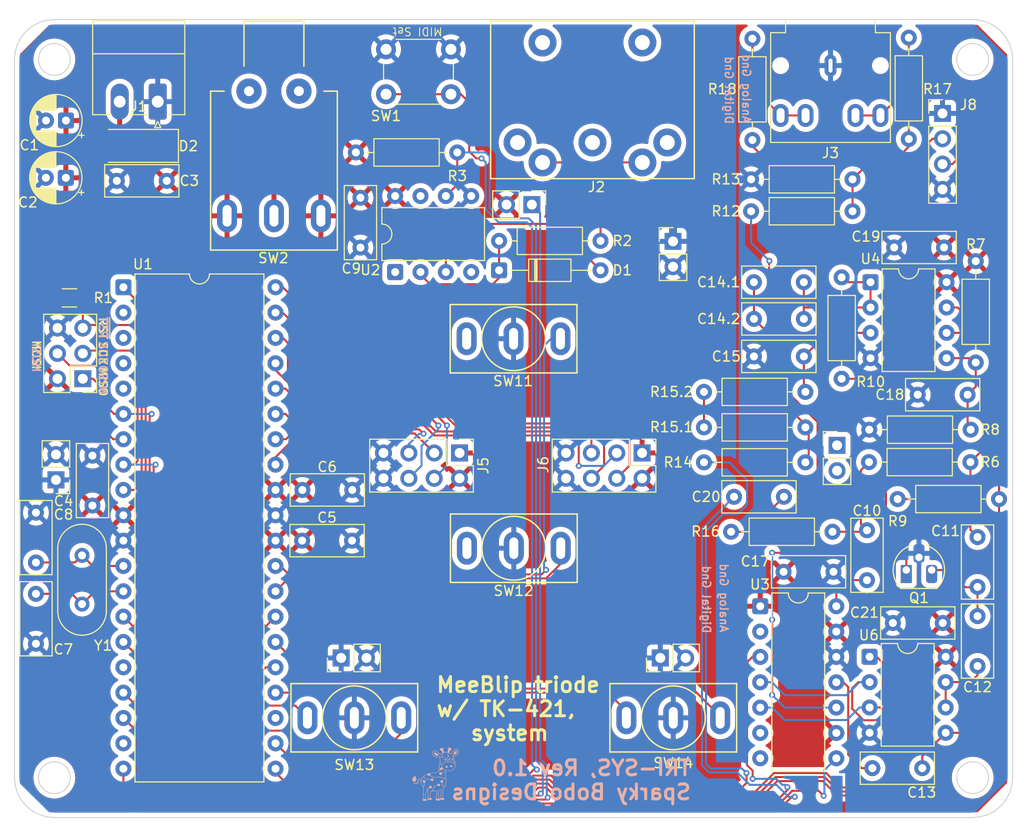
<source format=kicad_pcb>
(kicad_pcb (version 20241229) (generator "pcbnew") (generator_version "9.0")
  (title_block (title "MeeBlip triode w/ TK-421, system (TRI-SYS)") (date "2025-12-30") (rev "1.0") (company "Sparky Bobo Designs") (comment 1 "This project is based upon the MeeBlip anode synthesizer: meeblip.com") (comment 2 "Designed by: J. Grahame, et. all.") (comment 3 "https://creativecommons.org/licenses/by-sa/4.0/") (comment 4 "Released under the Creative Commons Attribution Share-Alike 4.0 License"))
  (layers (0 "F.Cu" signal) (2 "B.Cu" signal) (13 "F.Paste" user) (15 "B.Paste" user) (5 "F.SilkS" user "F.Silkscreen") (7 "B.SilkS" user "B.Silkscreen") (1 "F.Mask" user) (3 "B.Mask" user) (25 "Edge.Cuts" user))
  (net 0 "")
  (net 1 "GND")
  (net 2 "+5V")
  (net 3 "Net-(U1-XTAL1)")
  (net 4 "Net-(U1-XTAL2)")
  (net 5 "Net-(U3-VoutA)")
  (net 6 "Net-(C10-Pad2)")
  (net 7 "Net-(Q1-C)")
  (net 8 "Net-(U4B--)")
  (net 9 "Net-(U6-P0B)")
  (net 10 "/Analog/VCF_OUTPUT")
  (net 11 "Net-(U6-P0A)")
  (net 12 "Net-(C14.1-Pad1)")
  (net 13 "Net-(U4A--)")
  (net 14 "Net-(U4A-+)")
  (net 15 "Net-(U4B-+)")
  (net 16 "Net-(C20-Pad2)")
  (net 17 "/SUBOSC")
  (net 18 "Net-(D1-K)")
  (net 19 "Net-(D1-A)")
  (net 21 "Net-(D2-K)")
  (net 22 "Net-(J8-Pin_2)")
  (net 23 "/MOSI")
  (net 24 "/~{RESET}")
  (net 25 "/SCK")
  (net 26 "/MISO")
  (net 27 "Net-(Q1-B)")
  (net 28 "/MIDI_RX")
  (net 29 "/LED")
  (net 30 "/Analog/OUT")
  (net 31 "/CUTOFF")
  (net 32 "Net-(R15.1-Pad2)")
  (net 37 "/LDAC")
  (net 39 "/CS2")
  (net 43 "/CS1")
  (net 53 "Net-(J2-Pad5)")
  (net 54 "Net-(J3-PadT)")
  (net 55 "Net-(J3-PadR)")
  (net 56 "Net-(J8-Pin_3)")
  (net 57 "Net-(D2-A)")
  (net 59 "/AMP_DECAY")
  (net 61 "/DETUNE")
  (net 62 "/GLIDE")
  (net 63 "/FILTER_DECAY")
  (net 64 "/FILTER_RES")
  (net 65 "/LFO_DEPTH")
  (net 66 "/LFO_RATE")
  (net 67 "/FILTER_CUTOFF")
  (net 68 "/MIDI_SW")
  (net 69 "/SUSTAIN")
  (net 70 "/SUB_OSC")
  (net 71 "/WAVE_SAW")
  (net 72 "/WAVE_PL")
  (net 73 "/LFO_NC")
  (net 74 "/LFO_DEST")
  (footprint "Capacitor_THT:C_Rect_L7.2mm_W3.0mm_P5.00mm_FKS2_FKP2_MKS2_MKP2" (layer "F.Cu") (at 186.4868 114.808 -90)
    (property "Reference" "C12")
    (property "Value" "10nF")
  )
  (footprint "meeblip:Jack_3.5mm_Adafruit_1699_Horizontal" (layer "F.Cu") (at 171.7586 59.6176 180)
    (property "Reference" "J3")
    (property "Value" "AUDIO-OUT")
  )
  (footprint "Capacitor_THT:C_Rect_L7.2mm_W3.0mm_P5.00mm_FKS2_FKP2_MKS2_MKP2" (layer "F.Cu") (at 185.4962 92.6084 180)
    (property "Reference" "C18")
    (property "Value" "1uF")
  )
  (footprint "Resistor_THT:R_Axial_DIN0207_L6.3mm_D2.5mm_P10.16mm_Horizontal" (layer "F.Cu") (at 163.8046 74.2188)
    (property "Reference" "R12")
    (property "Value" "100")
  )
  (footprint "Package_DIP:DIP-40_W15.24mm" (layer "F.Cu") (at 100.9142 81.8388)
    (property "Reference" "U1")
    (property "Value" "ATmega644A-P")
  )
  (footprint "Resistor_THT:R_Axial_DIN0207_L6.3mm_D2.5mm_P10.16mm_Horizontal" (layer "F.Cu") (at 159.0802 99.3902)
    (property "Reference" "R14")
    (property "Value" "10k")
  )
  (footprint "Connector_Phoenix_MC:PhoenixContact_MC_1,5_2-G-3.81_1x02_P3.81mm_Horizontal" (layer "F.Cu") (at 104.354 63.2321 180)
    (property "Reference" "J1")
    (property "Value" "POWER")
  )
  (footprint "Connector_PinHeader_2.54mm:PinHeader_2x03_P2.54mm_Vertical" (layer "F.Cu") (at 96.8508 91.0082 180)
    (property "Reference" "J4")
    (property "Value" "ICSP")
  )
  (footprint "Resistor_THT:R_Axial_DIN0207_L6.3mm_D2.5mm_P10.16mm_Horizontal" (layer "F.Cu") (at 171.958 106.3498 180)
    (property "Reference" "R16")
    (property "Value" "560")
  )
  (footprint "meeblip:ESWITCH_100_SPDT_M1" (layer "F.Cu") (at 156.0068 125 -90)
    (property "Reference" "SW14")
    (property "Value" "LFO_DEST")
  )
  (footprint "Capacitor_THT:C_Rect_L7.2mm_W3.0mm_P5.00mm_FKS2_FKP2_MKS2_MKP2" (layer "F.Cu") (at 92.1512 112.5728 -90)
    (property "Reference" "C7")
    (property "Value" "22pF")
  )
  (footprint "Resistor_THT:R_Axial_DIN0207_L6.3mm_D2.5mm_P10.16mm_Horizontal" (layer "F.Cu") (at 172.8724 80.8482 -90)
    (property "Reference" "R10")
    (property "Value" "100k")
  )
  (footprint "Capacitor_THT:C_Rect_L7.2mm_W3.0mm_P5.00mm_FKS2_FKP2_MKS2_MKP2" (layer "F.Cu") (at 169.0878 88.773 180)
    (property "Reference" "C15")
    (property "Value" "0.1uF")
  )
  (footprint "Capacitor_THT:CP_Radial_D5.0mm_P2.00mm" (layer "F.Cu") (at 95.163713 65.1256 180)
    (property "Reference" "C1")
    (property "Value" "100uF")
  )
  (footprint "Capacitor_THT:C_Rect_L7.2mm_W3.0mm_P5.00mm_FKS2_FKP2_MKS2_MKP2" (layer "F.Cu") (at 105.2576 71.1708 180)
    (property "Reference" "C3")
    (property "Value" "0.33uF")
  )
  (footprint "Resistor_THT:R_Axial_DIN0207_L6.3mm_D2.5mm_P10.16mm_Horizontal" (layer "F.Cu") (at 159.0802 92.329)
    (property "Reference" "R15.2")
    (property "Value" "680")
  )
  (footprint "Connector_PinHeader_2.54mm:PinHeader_1x02_P2.54mm_Vertical" (layer "F.Cu") (at 141.8386 73.5584 -90)
    (property "Reference" "J7")
    (property "Value" "CONTROL3")
  )
  (footprint "meeblip:ESWITCH_100_SPDT_M1_RA" (layer "F.Cu") (at 116 74.6792 90)
    (property "Reference" "SW2")
    (property "Value" "ON-OFF-ON")
  )
  (footprint "Capacitor_THT:C_Rect_L7.2mm_W3.0mm_P5.00mm_FKS2_FKP2_MKS2_MKP2" (layer "F.Cu") (at 92.1512 109.434 90)
    (property "Reference" "C8")
    (property "Value" "22pF")
  )
  (footprint "Resistor_THT:R_Axial_DIN0207_L6.3mm_D2.5mm_P10.16mm_Horizontal" (layer "F.Cu") (at 124.206 68.326)
    (property "Reference" "R3")
    (property "Value" "10k")
  )
  (footprint "Package_DIP:DIP-8_W7.62mm" (layer "F.Cu") (at 128.143 80.3148 90)
    (property "Reference" "U2")
    (property "Value" "6N137")
  )
  (footprint "Button_Switch_THT:SW_PUSH_6mm" (layer "F.Cu") (at 127.2286 57.9882)
    (property "Reference" "SW1")
    (property "Value" "MIDI Set")
  )
  (footprint "Connector_PinHeader_2.54mm:PinHeader_1x02_P2.54mm_Vertical" (layer "F.Cu") (at 122.7328 119 90)
    (property "Reference" "J11")
    (property "Value" "GND")
  )
  (footprint "Connector_PinHeader_2.54mm:PinHeader_1x04_P2.54mm_Vertical" (layer "F.Cu") (at 182.9816 64.4144)
    (property "Reference" "J8")
    (property "Value" "VOLUME")
  )
  (footprint "meeblip:MIDI_DIN_5" (layer "F.Cu") (at 147.908 55.1274)
    (property "Reference" "J2")
    (property "Value" "DIN-5")
  )
  (footprint "Connector_PinHeader_2.54mm:PinHeader_2x04_P2.54mm_Vertical" (layer "F.Cu") (at 134.5946 98.4504 -90)
    (property "Reference" "J5")
    (property "Value" "CONTROL1")
  )
  (footprint "Resistor_THT:R_Axial_DIN0207_L6.3mm_D2.5mm_P10.16mm_Horizontal" (layer "F.Cu") (at 163.9316 67.0814 90)
    (property "Reference" "R18")
    (property "Value" "100")
  )
  (footprint "MountingHole:MountingHole_3mm" (layer "F.Cu") (at 94.0054 59.0042)
    (property "Reference" "H1")
    (property "Value" "MountingHole")
  )
  (footprint "Capacitor_THT:C_Rect_L7.2mm_W3.0mm_P5.00mm_FKS2_FKP2_MKS2_MKP2" (layer "F.Cu") (at 180.9496 130.048 180)
    (property "Reference" "C13")
    (property "Value" "4.7uF")
  )
  (footprint "MountingHole:MountingHole_3mm" (layer "F.Cu") (at 94.0054 130.9878)
    (property "Reference" "H3")
    (property "Value" "MountingHole")
  )
  (footprint "meeblip:ESWITCH_100_SPDT_M1" (layer "F.Cu") (at 140.0302 108 -90)
    (property "Reference" "SW12")
    (property "Value" "SUB_OSC")
  )
  (footprint "Package_DIP:DIP-8_W7.62mm" (layer "F.Cu") (at 175.6772 118.8842)
    (property "Reference" "U6")
    (property "Value" "MCP4151-503")
  )
  (footprint "Connector_PinHeader_2.54mm:PinHeader_1x02_P2.54mm_Vertical" (layer "F.Cu") (at 172.4152 97.6884)
    (property "Reference" "J13")
    (property "Value" "GND")
  )
  (footprint "meeblip:ESWITCH_100_SPDT_M1" (layer "F.Cu") (at 124.0536 125 -90)
    (property "Reference" "SW13")
    (property "Value" "WAVEFORM")
  )
  (footprint "Diode_THT:D_DO-35_SOD27_P10.16mm_Horizontal" (layer "F.Cu") (at 138.557 80.137)
    (property "Reference" "D1")
    (property "Value" "1N914")
  )
  (footprint "meeblip:ESWITCH_100_SPDT_M1" (layer "F.Cu") (at 140.0048 87 -90)
    (property "Reference" "SW11")
    (property "Value" "SUSTAIN")
  )
  (footprint "Resistor_THT:R_Axial_DIN0207_L6.3mm_D2.5mm_P10.16mm_Horizontal" (layer "F.Cu") (at 169.2402 95.885 180)
    (property "Reference" "R15.1")
    (property "Value" "18k")
  )
  (footprint "Crystal:Crystal_HC49-U_Vertical" (layer "F.Cu") (at 96.774 113.6004 90)
    (property "Reference" "Y1")
    (property "Value" "16MHz")
  )
  (footprint "Capacitor_THT:C_Rect_L7.2mm_W3.0mm_P5.00mm_FKS2_FKP2_MKS2_MKP2" (layer "F.Cu") (at 124.6632 72.8618 -90)
    (property "Reference" "C9")
    (property "Value" "0.1uF")
  )
  (footprint "Capacitor_THT:CP_Radial_D5.0mm_P2.00mm" (layer "F.Cu") (at 95.1484 70.866 180)
    (property "Reference" "C2")
    (property "Value" "100uF")
  )
  (footprint "Resistor_THT:R_Axial_DIN0207_L6.3mm_D2.5mm_P10.16mm_Horizontal" (layer "F.Cu") (at 186.309 79.2226 -90)
    (property "Reference" "R7")
    (property "Value" "100k")
  )
  (footprint "Capacitor_THT:C_Rect_L7.2mm_W3.0mm_P5.00mm_FKS2_FKP2_MKS2_MKP2" (layer "F.Cu") (at 97.8154 103.719 90)
    (property "Reference" "C4")
    (property "Value" "0.1uF")
  )
  (footprint "Package_DIP:DIP-8_W7.62mm" (layer "F.Cu") (at 175.768 81.3308)
    (property "Reference" "U4")
    (property "Value" "MCP6002")
  )
  (footprint "Resistor_THT:R_Axial_DIN0207_L6.3mm_D2.5mm_P10.16mm_Horizontal" (layer "F.Cu") (at 173.9646 71.0184 180)
    (property "Reference" "R13")
    (property "Value" "1M")
  )
  (footprint "Capacitor_THT:C_Rect_L7.2mm_W3.0mm_P5.00mm_FKS2_FKP2_MKS2_MKP2" (layer "F.Cu") (at 169.0878 85.0138 180)
    (property "Reference" "C14.2")
    (property "Value" "0.1uF")
  )
  (footprint "Resistor_THT:R_Axial_DIN0207_L6.3mm_D2.5mm_P10.16mm_Horizontal" (layer "F.Cu") (at 185.7756 99.3648 180)
    (property "Reference" "R6")
    (property "Value" "1M")
  )
  (footprint "Connector_PinHeader_2.54mm:PinHeader_2x04_P2.54mm_Vertical" (layer "F.Cu") (at 152.8826 98.4504 -90)
    (property "Reference" "J6")
    (property "Value" "CONTROL2")
  )
  (footprint "Capacitor_THT:C_Rect_L7.2mm_W3.0mm_P5.00mm_FKS2_FKP2_MKS2_MKP2" (layer "F.Cu") (at 118.8212 107.2388)
    (property "Reference" "C5")
    (property "Value" "0.1uF")
  )
  (footprint "Package_TO_SOT_THT:TO-92_HandSolder" (layer "F.Cu") (at 179.3494 110.1852)
    (property "Reference" "Q1")
    (property "Value" "2N222A")
  )
  (footprint "Resistor_THT:R_Axial_DIN0207_L6.3mm_D2.5mm_P10.16mm_Horizontal" (layer "F.Cu") (at 148.717 77.1906 180)
    (property "Reference" "R2")
    (property "Value" "220")
  )
  (footprint "Capacitor_THT:C_Rect_L7.2mm_W3.0mm_P5.00mm_FKS2_FKP2_MKS2_MKP2" (layer "F.Cu") (at 164.084 81.3308)
    (property "Reference" "C14.1")
    (property "Value" "0.1uF")
  )
  (footprint "MountingHole:MountingHole_3mm" (layer "F.Cu") (at 186.0042 59.0042)
    (property "Reference" "H2")
    (property "Value" "MountingHole")
  )
  (footprint "Capacitor_THT:C_Rect_L7.2mm_W3.0mm_P5.00mm_FKS2_FKP2_MKS2_MKP2" (layer "F.Cu") (at 167.0558 110.363)
    (property "Reference" "C17")
    (property "Value" "0.1uF")
  )
  (footprint "Capacitor_THT:C_Rect_L7.2mm_W3.0mm_P5.00mm_FKS2_FKP2_MKS2_MKP2" (layer "F.Cu") (at 162.092 102.8446)
    (property "Reference" "C20")
    (property "Value" "4.7uF")
  )
  (footprint "Capacitor_THT:C_Rect_L7.2mm_W3.0mm_P5.00mm_FKS2_FKP2_MKS2_MKP2" (layer "F.Cu") (at 186.4868 106.8832 -90)
    (property "Reference" "C11")
    (property "Value" "10nF")
  )
  (footprint "Diode_SMD:D_SMA_Handsoldering" (layer "F.Cu") (at 101.9194 67.6656 180)
    (property "Reference" "D2")
    (property "Value" "MBRA340")
  )
  (footprint "Connector_PinHeader_2.54mm:PinHeader_1x02_P2.54mm_Vertical" (layer "F.Cu") (at 154.7064 119 90)
    (property "Reference" "J12")
    (property "Value" "GND")
  )
  (footprint "Connector_PinHeader_2.54mm:PinHeader_1x02_P2.54mm_Vertical" (layer "F.Cu") (at 94.1578 101.1478 180)
    (property "Reference" "J9")
    (property "Value" "GND")
  )
  (footprint "Capacitor_THT:C_Rect_L7.2mm_W3.0mm_P5.00mm_FKS2_FKP2_MKS2_MKP2" (layer "F.Cu") (at 118.8466 102.1588)
    (property "Reference" "C6")
    (property "Value" "0.1uF")
  )
  (footprint "Capacitor_THT:C_Rect_L7.2mm_W3.0mm_P5.00mm_FKS2_FKP2_MKS2_MKP2" (layer "F.Cu") (at 183.134 77.851 180)
    (property "Reference" "C19")
    (property "Value" "0.1uF")
  )
  (footprint "Resistor_THT:R_Axial_DIN0207_L6.3mm_D2.5mm_P10.16mm_Horizontal" (layer "F.Cu") (at 178.4858 103.0732)
    (property "Reference" "R9")
    (property "Value" "470k")
  )
  (footprint "MountingHole:MountingHole_3mm" (layer "F.Cu") (at 186.0042 130.9878)
    (property "Reference" "H4")
    (property "Value" "MountingHole")
  )
  (footprint "Capacitor_THT:C_Rect_L7.2mm_W3.0mm_P5.00mm_FKS2_FKP2_MKS2_MKP2" (layer "F.Cu") (at 183.007 115.4938 180)
    (property "Reference" "C21")
    (property "Value" "0.1uF")
  )
  (footprint "Resistor_THT:R_Axial_DIN0207_L6.3mm_D2.5mm_P10.16mm_Horizontal" (layer "F.Cu") (at 179.6034 66.9798 90)
    (property "Reference" "R17")
    (property "Value" "100")
  )
  (footprint "Capacitor_THT:C_Rect_L7.2mm_W3.0mm_P5.00mm_FKS2_FKP2_MKS2_MKP2" (layer "F.Cu") (at 175.4124 111.2012 90)
    (property "Reference" "C10")
    (property "Value" "4.7uF")
  )
  (footprint "meeblip:DP10080" (layer "F.Cu") (at 90 55)
    (property "Reference" "")
    (property "Value" "")
    (fp_line (start 0 4) (end 0.076859 3.21964) (stroke (width 0.1)) (layer "Edge.Cuts"))
    (fp_line (start 0 76) (end 0 4) (stroke (width 0.1)) (layer "Edge.Cuts"))
    (fp_line (start 0.076859 3.21964) (end 0.304474 2.46925) (stroke (width 0.1)) (layer "Edge.Cuts"))
    (fp_line (start 0.076859 76.7803) (end 0 76) (stroke (width 0.1)) (layer "Edge.Cuts"))
    (fp_line (start 0.304474 2.46925) (end 0.674118 1.77771) (stroke (width 0.1)) (layer "Edge.Cuts"))
    (fp_line (start 0.304474 77.5307) (end 0.076859 76.7803) (stroke (width 0.1)) (layer "Edge.Cuts"))
    (fp_line (start 0.674118 1.77771) (end 1.17157 1.17157) (stroke (width 0.1)) (layer "Edge.Cuts"))
    (fp_line (start 0.674118 78.2223) (end 0.304474 77.5307) (stroke (width 0.1)) (layer "Edge.Cuts"))
    (fp_line (start 1.17157 1.17157) (end 1.77771 0.674118) (stroke (width 0.1)) (layer "Edge.Cuts"))
    (fp_line (start 1.17157 78.8284) (end 0.674118 78.2223) (stroke (width 0.1)) (layer "Edge.Cuts"))
    (fp_line (start 1.77771 0.674118) (end 2.46925 0.304474) (stroke (width 0.1)) (layer "Edge.Cuts"))
    (fp_line (start 1.77771 79.3259) (end 1.17157 78.8284) (stroke (width 0.1)) (layer "Edge.Cuts"))
    (fp_line (start 2.39999 4) (end 2.43074 4.31213) (stroke (width 0.1)) (layer "Edge.Cuts"))
    (fp_line (start 2.39999 76) (end 2.43074 76.3121) (stroke (width 0.1)) (layer "Edge.Cuts"))
    (fp_line (start 2.43074 3.68785) (end 2.39999 4) (stroke (width 0.1)) (layer "Edge.Cuts"))
    (fp_line (start 2.43074 4.31213) (end 2.52179 4.61229) (stroke (width 0.1)) (layer "Edge.Cuts"))
    (fp_line (start 2.43074 75.6879) (end 2.39999 76) (stroke (width 0.1)) (layer "Edge.Cuts"))
    (fp_line (start 2.43074 76.3121) (end 2.52179 76.6123) (stroke (width 0.1)) (layer "Edge.Cuts"))
    (fp_line (start 2.46925 0.304474) (end 3.21964 0.076859) (stroke (width 0.1)) (layer "Edge.Cuts"))
    (fp_line (start 2.46925 79.6955) (end 1.77771 79.3259) (stroke (width 0.1)) (layer "Edge.Cuts"))
    (fp_line (start 2.52179 3.3877) (end 2.43074 3.68785) (stroke (width 0.1)) (layer "Edge.Cuts"))
    (fp_line (start 2.52179 4.61229) (end 2.66965 4.8889) (stroke (width 0.1)) (layer "Edge.Cuts"))
    (fp_line (start 2.52179 75.3877) (end 2.43074 75.6879) (stroke (width 0.1)) (layer "Edge.Cuts"))
    (fp_line (start 2.52179 76.6123) (end 2.66965 76.8889) (stroke (width 0.1)) (layer "Edge.Cuts"))
    (fp_line (start 2.66965 3.11108) (end 2.52179 3.3877) (stroke (width 0.1)) (layer "Edge.Cuts"))
    (fp_line (start 2.66965 4.8889) (end 2.86862 5.13136) (stroke (width 0.1)) (layer "Edge.Cuts"))
    (fp_line (start 2.66965 75.1111) (end 2.52179 75.3877) (stroke (width 0.1)) (layer "Edge.Cuts"))
    (fp_line (start 2.66965 76.8889) (end 2.86862 77.1314) (stroke (width 0.1)) (layer "Edge.Cuts"))
    (fp_line (start 2.86862 2.86862) (end 2.66965 3.11108) (stroke (width 0.1)) (layer "Edge.Cuts"))
    (fp_line (start 2.86862 5.13136) (end 3.11108 5.33034) (stroke (width 0.1)) (layer "Edge.Cuts"))
    (fp_line (start 2.86862 74.8686) (end 2.66965 75.1111) (stroke (width 0.1)) (layer "Edge.Cuts"))
    (fp_line (start 2.86862 77.1314) (end 3.11108 77.3303) (stroke (width 0.1)) (layer "Edge.Cuts"))
    (fp_line (start 3.11108 2.66965) (end 2.86862 2.86862) (stroke (width 0.1)) (layer "Edge.Cuts"))
    (fp_line (start 3.11108 5.33034) (end 3.3877 5.4782) (stroke (width 0.1)) (layer "Edge.Cuts"))
    (fp_line (start 3.11108 74.6696) (end 2.86862 74.8686) (stroke (width 0.1)) (layer "Edge.Cuts"))
    (fp_line (start 3.11108 77.3303) (end 3.3877 77.4782) (stroke (width 0.1)) (layer "Edge.Cuts"))
    (fp_line (start 3.21964 0.076859) (end 3.99998 0) (stroke (width 0.1)) (layer "Edge.Cuts"))
    (fp_line (start 3.21964 79.9231) (end 2.46925 79.6955) (stroke (width 0.1)) (layer "Edge.Cuts"))
    (fp_line (start 3.3877 2.52179) (end 3.11108 2.66965) (stroke (width 0.1)) (layer "Edge.Cuts"))
    (fp_line (start 3.3877 5.4782) (end 3.68785 5.56924) (stroke (width 0.1)) (layer "Edge.Cuts"))
    (fp_line (start 3.3877 74.5218) (end 3.11108 74.6696) (stroke (width 0.1)) (layer "Edge.Cuts"))
    (fp_line (start 3.3877 77.4782) (end 3.68785 77.5692) (stroke (width 0.1)) (layer "Edge.Cuts"))
    (fp_line (start 3.68785 2.43074) (end 3.3877 2.52179) (stroke (width 0.1)) (layer "Edge.Cuts"))
    (fp_line (start 3.68785 5.56924) (end 4 5.59999) (stroke (width 0.1)) (layer "Edge.Cuts"))
    (fp_line (start 3.68785 74.4307) (end 3.3877 74.5218) (stroke (width 0.1)) (layer "Edge.Cuts"))
    (fp_line (start 3.68785 77.5692) (end 4 77.6) (stroke (width 0.1)) (layer "Edge.Cuts"))
    (fp_line (start 3.99998 0) (end 96 0) (stroke (width 0.1)) (layer "Edge.Cuts"))
    (fp_line (start 3.99998 2.39999) (end 3.68785 2.43074) (stroke (width 0.1)) (layer "Edge.Cuts"))
    (fp_line (start 3.99998 74.4) (end 3.68785 74.4307) (stroke (width 0.1)) (layer "Edge.Cuts"))
    (fp_line (start 4 5.59999) (end 4.31213 5.56924) (stroke (width 0.1)) (layer "Edge.Cuts"))
    (fp_line (start 4 77.6) (end 4.31213 77.5692) (stroke (width 0.1)) (layer "Edge.Cuts"))
    (fp_line (start 4 80) (end 3.21964 79.9231) (stroke (width 0.1)) (layer "Edge.Cuts"))
    (fp_line (start 4.31213 2.43074) (end 3.99998 2.39999) (stroke (width 0.1)) (layer "Edge.Cuts"))
    (fp_line (start 4.31213 5.56924) (end 4.61229 5.4782) (stroke (width 0.1)) (layer "Edge.Cuts"))
    (fp_line (start 4.31213 74.4307) (end 3.99998 74.4) (stroke (width 0.1)) (layer "Edge.Cuts"))
    (fp_line (start 4.31213 77.5692) (end 4.61229 77.4782) (stroke (width 0.1)) (layer "Edge.Cuts"))
    (fp_line (start 4.61229 2.52179) (end 4.31213 2.43074) (stroke (width 0.1)) (layer "Edge.Cuts"))
    (fp_line (start 4.61229 5.4782) (end 4.8889 5.33034) (stroke (width 0.1)) (layer "Edge.Cuts"))
    (fp_line (start 4.61229 74.5218) (end 4.31213 74.4307) (stroke (width 0.1)) (layer "Edge.Cuts"))
    (fp_line (start 4.61229 77.4782) (end 4.8889 77.3303) (stroke (width 0.1)) (layer "Edge.Cuts"))
    (fp_line (start 4.8889 2.66965) (end 4.61229 2.52179) (stroke (width 0.1)) (layer "Edge.Cuts"))
    (fp_line (start 4.8889 5.33034) (end 5.13136 5.13136) (stroke (width 0.1)) (layer "Edge.Cuts"))
    (fp_line (start 4.8889 74.6696) (end 4.61229 74.5218) (stroke (width 0.1)) (layer "Edge.Cuts"))
    (fp_line (start 4.8889 77.3303) (end 5.13136 77.1314) (stroke (width 0.1)) (layer "Edge.Cuts"))
    (fp_line (start 5.13136 2.86862) (end 4.8889 2.66965) (stroke (width 0.1)) (layer "Edge.Cuts"))
    (fp_line (start 5.13136 5.13136) (end 5.33034 4.8889) (stroke (width 0.1)) (layer "Edge.Cuts"))
    (fp_line (start 5.13136 74.8686) (end 4.8889 74.6696) (stroke (width 0.1)) (layer "Edge.Cuts"))
    (fp_line (start 5.13136 77.1314) (end 5.33034 76.8889) (stroke (width 0.1)) (layer "Edge.Cuts"))
    (fp_line (start 5.33034 3.11108) (end 5.13136 2.86862) (stroke (width 0.1)) (layer "Edge.Cuts"))
    (fp_line (start 5.33034 4.8889) (end 5.4782 4.61229) (stroke (width 0.1)) (layer "Edge.Cuts"))
    (fp_line (start 5.33034 75.1111) (end 5.13136 74.8686) (stroke (width 0.1)) (layer "Edge.Cuts"))
    (fp_line (start 5.33034 76.8889) (end 5.4782 76.6123) (stroke (width 0.1)) (layer "Edge.Cuts"))
    (fp_line (start 5.4782 3.3877) (end 5.33034 3.11108) (stroke (width 0.1)) (layer "Edge.Cuts"))
    (fp_line (start 5.4782 4.61229) (end 5.56924 4.31213) (stroke (width 0.1)) (layer "Edge.Cuts"))
    (fp_line (start 5.4782 75.3877) (end 5.33034 75.1111) (stroke (width 0.1)) (layer "Edge.Cuts"))
    (fp_line (start 5.4782 76.6123) (end 5.56924 76.3121) (stroke (width 0.1)) (layer "Edge.Cuts"))
    (fp_line (start 5.56924 3.68785) (end 5.4782 3.3877) (stroke (width 0.1)) (layer "Edge.Cuts"))
    (fp_line (start 5.56924 4.31213) (end 5.59999 4) (stroke (width 0.1)) (layer "Edge.Cuts"))
    (fp_line (start 5.56924 75.6879) (end 5.4782 75.3877) (stroke (width 0.1)) (layer "Edge.Cuts"))
    (fp_line (start 5.56924 76.3121) (end 5.59999 76) (stroke (width 0.1)) (layer "Edge.Cuts"))
    (fp_line (start 5.59999 4) (end 5.56924 3.68785) (stroke (width 0.1)) (layer "Edge.Cuts"))
    (fp_line (start 5.59999 76) (end 5.56924 75.6879) (stroke (width 0.1)) (layer "Edge.Cuts"))
    (fp_line (start 94.4 4) (end 94.4307 4.31213) (stroke (width 0.1)) (layer "Edge.Cuts"))
    (fp_line (start 94.4 76) (end 94.4307 76.3121) (stroke (width 0.1)) (layer "Edge.Cuts"))
    (fp_line (start 94.4307 3.68785) (end 94.4 4) (stroke (width 0.1)) (layer "Edge.Cuts"))
    (fp_line (start 94.4307 4.31213) (end 94.5218 4.61229) (stroke (width 0.1)) (layer "Edge.Cuts"))
    (fp_line (start 94.4307 75.6879) (end 94.4 76) (stroke (width 0.1)) (layer "Edge.Cuts"))
    (fp_line (start 94.4307 76.3121) (end 94.5218 76.6123) (stroke (width 0.1)) (layer "Edge.Cuts"))
    (fp_line (start 94.5218 3.3877) (end 94.4307 3.68785) (stroke (width 0.1)) (layer "Edge.Cuts"))
    (fp_line (start 94.5218 4.61229) (end 94.6696 4.8889) (stroke (width 0.1)) (layer "Edge.Cuts"))
    (fp_line (start 94.5218 75.3877) (end 94.4307 75.6879) (stroke (width 0.1)) (layer "Edge.Cuts"))
    (fp_line (start 94.5218 76.6123) (end 94.6696 76.8889) (stroke (width 0.1)) (layer "Edge.Cuts"))
    (fp_line (start 94.6696 3.11108) (end 94.5218 3.3877) (stroke (width 0.1)) (layer "Edge.Cuts"))
    (fp_line (start 94.6696 4.8889) (end 94.8686 5.13136) (stroke (width 0.1)) (layer "Edge.Cuts"))
    (fp_line (start 94.6696 75.1111) (end 94.5218 75.3877) (stroke (width 0.1)) (layer "Edge.Cuts"))
    (fp_line (start 94.6696 76.8889) (end 94.8686 77.1314) (stroke (width 0.1)) (layer "Edge.Cuts"))
    (fp_line (start 94.8686 2.86862) (end 94.6696 3.11108) (stroke (width 0.1)) (layer "Edge.Cuts"))
    (fp_line (start 94.8686 5.13136) (end 95.1111 5.33034) (stroke (width 0.1)) (layer "Edge.Cuts"))
    (fp_line (start 94.8686 74.8686) (end 94.6696 75.1111) (stroke (width 0.1)) (layer "Edge.Cuts"))
    (fp_line (start 94.8686 77.1314) (end 95.1111 77.3303) (stroke (width 0.1)) (layer "Edge.Cuts"))
    (fp_line (start 95.1111 2.66965) (end 94.8686 2.86862) (stroke (width 0.1)) (layer "Edge.Cuts"))
    (fp_line (start 95.1111 5.33034) (end 95.3877 5.4782) (stroke (width 0.1)) (layer "Edge.Cuts"))
    (fp_line (start 95.1111 74.6696) (end 94.8686 74.8686) (stroke (width 0.1)) (layer "Edge.Cuts"))
    (fp_line (start 95.1111 77.3303) (end 95.3877 77.4782) (stroke (width 0.1)) (layer "Edge.Cuts"))
    (fp_line (start 95.3877 2.52179) (end 95.1111 2.66965) (stroke (width 0.1)) (layer "Edge.Cuts"))
    (fp_line (start 95.3877 5.4782) (end 95.6879 5.56924) (stroke (width 0.1)) (layer "Edge.Cuts"))
    (fp_line (start 95.3877 74.5218) (end 95.1111 74.6696) (stroke (width 0.1)) (layer "Edge.Cuts"))
    (fp_line (start 95.3877 77.4782) (end 95.6879 77.5692) (stroke (width 0.1)) (layer "Edge.Cuts"))
    (fp_line (start 95.6879 2.43074) (end 95.3877 2.52179) (stroke (width 0.1)) (layer "Edge.Cuts"))
    (fp_line (start 95.6879 5.56924) (end 96 5.59999) (stroke (width 0.1)) (layer "Edge.Cuts"))
    (fp_line (start 95.6879 74.4307) (end 95.3877 74.5218) (stroke (width 0.1)) (layer "Edge.Cuts"))
    (fp_line (start 95.6879 77.5692) (end 96 77.6) (stroke (width 0.1)) (layer "Edge.Cuts"))
    (fp_line (start 96 0) (end 96.7803 0.076859) (stroke (width 0.1)) (layer "Edge.Cuts"))
    (fp_line (start 96 2.39999) (end 95.6879 2.43074) (stroke (width 0.1)) (layer "Edge.Cuts"))
    (fp_line (start 96 5.59999) (end 96.3121 5.56924) (stroke (width 0.1)) (layer "Edge.Cuts"))
    (fp_line (start 96 74.4) (end 95.6879 74.4307) (stroke (width 0.1)) (layer "Edge.Cuts"))
    (fp_line (start 96 77.6) (end 96.3121 77.5692) (stroke (width 0.1)) (layer "Edge.Cuts"))
    (fp_line (start 96 80) (end 4 80) (stroke (width 0.1)) (layer "Edge.Cuts"))
    (fp_line (start 96.3121 2.43074) (end 96 2.39999) (stroke (width 0.1)) (layer "Edge.Cuts"))
    (fp_line (start 96.3121 5.56924) (end 96.6123 5.4782) (stroke (width 0.1)) (layer "Edge.Cuts"))
    (fp_line (start 96.3121 74.4307) (end 96 74.4) (stroke (width 0.1)) (layer "Edge.Cuts"))
    (fp_line (start 96.3121 77.5692) (end 96.6123 77.4782) (stroke (width 0.1)) (layer "Edge.Cuts"))
    (fp_line (start 96.6123 2.52179) (end 96.3121 2.43074) (stroke (width 0.1)) (layer "Edge.Cuts"))
    (fp_line (start 96.6123 5.4782) (end 96.8889 5.33034) (stroke (width 0.1)) (layer "Edge.Cuts"))
    (fp_line (start 96.6123 74.5218) (end 96.3121 74.4307) (stroke (width 0.1)) (layer "Edge.Cuts"))
    (fp_line (start 96.6123 77.4782) (end 96.8889 77.3303) (stroke (width 0.1)) (layer "Edge.Cuts"))
    (fp_line (start 96.7803 0.076859) (end 97.5307 0.304474) (stroke (width 0.1)) (layer "Edge.Cuts"))
    (fp_line (start 96.7803 79.9231) (end 96 80) (stroke (width 0.1)) (layer "Edge.Cuts"))
    (fp_line (start 96.8889 2.66965) (end 96.6123 2.52179) (stroke (width 0.1)) (layer "Edge.Cuts"))
    (fp_line (start 96.8889 5.33034) (end 97.1314 5.13136) (stroke (width 0.1)) (layer "Edge.Cuts"))
    (fp_line (start 96.8889 74.6696) (end 96.6123 74.5218) (stroke (width 0.1)) (layer "Edge.Cuts"))
    (fp_line (start 96.8889 77.3303) (end 97.1314 77.1314) (stroke (width 0.1)) (layer "Edge.Cuts"))
    (fp_line (start 97.1314 2.86862) (end 96.8889 2.66965) (stroke (width 0.1)) (layer "Edge.Cuts"))
    (fp_line (start 97.1314 5.13136) (end 97.3303 4.8889) (stroke (width 0.1)) (layer "Edge.Cuts"))
    (fp_line (start 97.1314 74.8686) (end 96.8889 74.6696) (stroke (width 0.1)) (layer "Edge.Cuts"))
    (fp_line (start 97.1314 77.1314) (end 97.3303 76.8889) (stroke (width 0.1)) (layer "Edge.Cuts"))
    (fp_line (start 97.3303 3.11108) (end 97.1314 2.86862) (stroke (width 0.1)) (layer "Edge.Cuts"))
    (fp_line (start 97.3303 4.8889) (end 97.4782 4.61229) (stroke (width 0.1)) (layer "Edge.Cuts"))
    (fp_line (start 97.3303 75.1111) (end 97.1314 74.8686) (stroke (width 0.1)) (layer "Edge.Cuts"))
    (fp_line (start 97.3303 76.8889) (end 97.4782 76.6123) (stroke (width 0.1)) (layer "Edge.Cuts"))
    (fp_line (start 97.4782 3.3877) (end 97.3303 3.11108) (stroke (width 0.1)) (layer "Edge.Cuts"))
    (fp_line (start 97.4782 4.61229) (end 97.5692 4.31213) (stroke (width 0.1)) (layer "Edge.Cuts"))
    (fp_line (start 97.4782 75.3877) (end 97.3303 75.1111) (stroke (width 0.1)) (layer "Edge.Cuts"))
    (fp_line (start 97.4782 76.6123) (end 97.5692 76.3121) (stroke (width 0.1)) (layer "Edge.Cuts"))
    (fp_line (start 97.5307 0.304474) (end 98.2223 0.674118) (stroke (width 0.1)) (layer "Edge.Cuts"))
    (fp_line (start 97.5307 79.6955) (end 96.7803 79.9231) (stroke (width 0.1)) (layer "Edge.Cuts"))
    (fp_line (start 97.5692 3.68785) (end 97.4782 3.3877) (stroke (width 0.1)) (layer "Edge.Cuts"))
    (fp_line (start 97.5692 4.31213) (end 97.6 4) (stroke (width 0.1)) (layer "Edge.Cuts"))
    (fp_line (start 97.5692 75.6879) (end 97.4782 75.3877) (stroke (width 0.1)) (layer "Edge.Cuts"))
    (fp_line (start 97.5692 76.3121) (end 97.6 76) (stroke (width 0.1)) (layer "Edge.Cuts"))
    (fp_line (start 97.6 4) (end 97.5692 3.68785) (stroke (width 0.1)) (layer "Edge.Cuts"))
    (fp_line (start 97.6 76) (end 97.5692 75.6879) (stroke (width 0.1)) (layer "Edge.Cuts"))
    (fp_line (start 98.2223 0.674118) (end 98.8284 1.17157) (stroke (width 0.1)) (layer "Edge.Cuts"))
    (fp_line (start 98.2223 79.3259) (end 97.5307 79.6955) (stroke (width 0.1)) (layer "Edge.Cuts"))
    (fp_line (start 98.8284 1.17157) (end 99.3259 1.77771) (stroke (width 0.1)) (layer "Edge.Cuts"))
    (fp_line (start 98.8284 78.8284) (end 98.2223 79.3259) (stroke (width 0.1)) (layer "Edge.Cuts"))
    (fp_line (start 99.3259 1.77771) (end 99.6955 2.46925) (stroke (width 0.1)) (layer "Edge.Cuts"))
    (fp_line (start 99.3259 78.2223) (end 98.8284 78.8284) (stroke (width 0.1)) (layer "Edge.Cuts"))
    (fp_line (start 99.6955 2.46925) (end 99.9231 3.21964) (stroke (width 0.1)) (layer "Edge.Cuts"))
    (fp_line (start 99.6955 77.5307) (end 99.3259 78.2223) (stroke (width 0.1)) (layer "Edge.Cuts"))
    (fp_line (start 99.9231 3.21964) (end 100 4) (stroke (width 0.1)) (layer "Edge.Cuts"))
    (fp_line (start 99.9231 76.7803) (end 99.6955 77.5307) (stroke (width 0.1)) (layer "Edge.Cuts"))
    (fp_line (start 100 4) (end 100 76) (stroke (width 0.1)) (layer "Edge.Cuts"))
    (fp_line (start 100 76) (end 99.9231 76.7803) (stroke (width 0.1)) (layer "Edge.Cuts"))
  )
  (footprint "Resistor_SMD:R_1206_3216Metric_Pad1.30x1.75mm_HandSolder" (layer "F.Cu") (at 95.504 82.9056)
    (property "Reference" "R1")
    (property "Value" "10k")
  )
  (footprint "Package_DIP:DIP-14_W7.62mm" (layer "F.Cu") (at 164.719 113.8174)
    (property "Reference" "U3")
    (property "Value" "MCP4922-EP")
  )
  (footprint "Resistor_THT:R_Axial_DIN0207_L6.3mm_D2.5mm_P10.16mm_Horizontal" (layer "F.Cu") (at 185.801 96.1136 180)
    (property "Reference" "R8")
    (property "Value" "100k")
  )
  (footprint "Connector_PinHeader_2.54mm:PinHeader_1x02_P2.54mm_Vertical" (layer "F.Cu") (at 155.9814 77.2414)
    (property "Reference" "J10")
    (property "Value" "GND")
  )
  (footprint "meeblip:logo_cr_5x5" (layer "B.Cu") (at 132.1816 130.6576 180)
    (property "Reference" "G***" (hide yes))
    (property "Value" "LOGO" (hide yes))
  )
  (gr_text "MIDI Set" (at 132.9436 55.7276 180) (layer "F.SilkS") (effects (font (size 0.8 0.8) (thickness 0.1)) (justify left bottom)))
  (gr_text "MOSI" (at 91.72 87.0712 270) (layer "F.SilkS") (effects (font (size 0.8 0.8) (thickness 0.15) (bold yes)) (justify left bottom)))
  (gr_text "MeeBlip triode\nw/ TK-421,\n   system" (at 132.1308 127.40513 0) (layer "F.SilkS") (effects (font (size 1.5 1.5) (thickness 0.3) (bold yes)) (justify left bottom)))
  (gr_text "MISO" (at 98.4002 89.7382 270) (layer "F.SilkS") (effects (font (size 0.8 0.8) (thickness 0.15) (bold yes)) (justify left bottom)))
  (gr_text "~{RST}" (at 98.4002 84.7598 270) (layer "F.SilkS") (effects (font (size 0.8 0.8) (thickness 0.15) (bold yes)) (justify left bottom)))
  (gr_text "SCK" (at 98.4002 87.1982 270) (layer "F.SilkS") (effects (font (size 0.8 0.8) (thickness 0.15) (bold yes)) (justify left bottom)))
  (gr_text "Digital Gnd" (at 158.8516 116.6114 -90) (layer "B.SilkS") (effects (font (size 0.8 0.8) (thickness 0.15) (bold yes)) (justify left bottom mirror)))
  (gr_text "~{RST}" (at 98.4002 87.0712 270) (layer "B.SilkS") (effects (font (size 0.8 0.8) (thickness 0.15) (bold yes)) (justify left bottom mirror)))
  (gr_text "TRI-SYS, Rev 1.0\nSparky Bobo Designs" (at 157.9372 133.3246 0) (layer "B.SilkS") (effects (font (size 1.5 1.5) (thickness 0.3) (bold yes)) (justify left bottom mirror)))
  (gr_text "MISO" (at 98.4002 92.6592 270) (layer "B.SilkS") (effects (font (size 0.8 0.8) (thickness 0.15) (bold yes)) (justify left bottom mirror)))
  (gr_text "Analog Gnd" (at 160.6042 116.5098 -90) (layer "B.SilkS") (effects (font (size 0.8 0.8) (thickness 0.15) (bold yes)) (justify left bottom mirror)))
  (gr_text "Digital Gnd" (at 161.1122 65.5574 -90) (layer "B.SilkS") (effects (font (size 0.8 0.8) (thickness 0.15) (bold yes)) (justify left bottom mirror)))
  (gr_text "Analog Gnd" (at 162.8648 65.4558 -90) (layer "B.SilkS") (effects (font (size 0.8 0.8) (thickness 0.15) (bold yes)) (justify left bottom mirror)))
  (gr_text "MOSI" (at 91.72 90.441086 270) (layer "B.SilkS") (effects (font (size 0.8 0.8) (thickness 0.15) (bold yes)) (justify left bottom mirror)))
  (gr_text "SCK" (at 98.4002 89.6874 270) (layer "B.SilkS") (effects (font (size 0.8 0.8) (thickness 0.15) (bold yes)) (justify left bottom mirror)))
  (segment (start 156.718 71.0184) (end 163.8046 71.0184) (width 0.8) (layer "B.Cu") (net 1))
  (segment (start 155.9814 77.2414) (end 155.9814 71.755) (width 0.8) (layer "B.Cu") (net 1))
  (segment (start 155.9814 71.755) (end 156.718 71.0184) (width 0.8) (layer "B.Cu") (net 1))
  (segment (start 96.7878 113.6004) (end 98.0694 112.3188) (width 0.2) (layer "F.Cu") (net 3))
  (segment (start 96.774 113.6004) (end 96.7878 113.6004) (width 0.2) (layer "F.Cu") (net 3))
  (segment (start 98.0694 112.3188) (end 100.9142 112.3188) (width 0.2) (layer "F.Cu") (net 3))
  (segment (start 92.1512 112.5728) (end 95.7464 112.5728) (width 0.2) (layer "F.Cu") (net 3))
  (segment (start 95.7464 112.5728) (end 96.774 113.6004) (width 0.2) (layer "F.Cu") (net 3))
  (segment (start 97.8408 109.7788) (end 96.7824 108.7204) (width 0.2) (layer "F.Cu") (net 4))
  (segment (start 96.774 108.7204) (end 96.0712 109.4232) (width 0.2) (layer "F.Cu") (net 4))
  (segment (start 100.9142 109.7788) (end 97.8408 109.7788) (width 0.2) (layer "F.Cu") (net 4))
  (segment (start 96.0712 109.4232) (end 92.162 109.4232) (width 0.2) (layer "F.Cu") (net 4))
  (segment (start 96.7824 108.7204) (end 96.774 108.7204) (width 0.2) (layer "F.Cu") (net 4))
  (segment (start 92.162 109.4232) (end 92.1512 109.434) (width 0.2) (layer "F.Cu") (net 4))
  (segment (start 173.2534 111.2012) (end 175.4124 111.2012) (width 0.2) (layer "F.Cu") (net 5))
  (segment (start 172.339 112.1156) (end 173.2534 111.2012) (width 0.2) (layer "F.Cu") (net 5))
  (segment (start 172.339 113.8174) (end 172.339 112.1156) (width 0.2) (layer "F.Cu") (net 5))
  (segment (start 174.8028 102.4636) (end 174.8028 103.0732) (width 0.2) (layer "F.Cu") (net 6))
  (segment (start 174.8028 103.0732) (end 174.8028 103.6828) (width 0.2) (layer "F.Cu") (net 6))
  (segment (start 175.4124 106.2012) (end 174.8028 105.5916) (width 0.2) (layer "F.Cu") (net 6))
  (segment (start 171.958 106.3498) (end 175.2638 106.3498) (width 0.2) (layer "F.Cu") (net 6))
  (segment (start 175.2638 106.3498) (end 175.4124 106.2012) (width 0.2) (layer "F.Cu") (net 6))
  (segment (start 174.8028 105.5916) (end 174.8028 103.6828) (width 0.2) (layer "F.Cu") (net 6))
  (segment (start 174.8028 100.1776) (end 175.6156 99.3648) (width 0.2) (layer "F.Cu") (net 6))
  (segment (start 174.8028 102.4636) (end 174.8028 100.1776) (width 0.2) (layer "F.Cu") (net 6))
  (segment (start 181.8894 110.1852) (end 183.5404 110.1852) (width 0.2) (layer "F.Cu") (net 7))
  (segment (start 186.4576 111.9124) (end 186.4868 111.8832) (width 0.2) (layer "F.Cu") (net 7))
  (segment (start 186.4868 114.808) (end 186.4868 111.8832) (width 0.2) (layer "F.Cu") (net 7))
  (segment (start 183.5404 110.1852) (end 185.2676 111.9124) (width 0.2) (layer "F.Cu") (net 7))
  (segment (start 185.2676 111.9124) (end 186.4576 111.9124) (width 0.2) (layer "F.Cu") (net 7))
  (segment (start 178.4858 103.0732) (end 185.7756 103.0732) (width 0.2) (layer "F.Cu") (net 8))
  (segment (start 186.4785 86.4108) (end 188.0362 87.9685) (width 0.2) (layer "F.Cu") (net 8))
  (segment (start 185.7756 99.3648) (end 185.7756 106.1466) (width 0.2) (layer "F.Cu") (net 8))
  (segment (start 185.7756 106.1466) (end 186.4868 106.8578) (width 0.2) (layer "F.Cu") (net 8))
  (segment (start 188.0362 97.1042) (end 185.7756 99.3648) (width 0.2) (layer "F.Cu") (net 8))
  (segment (start 183.388 86.4108) (end 186.4785 86.4108) (width 0.2) (layer "F.Cu") (net 8))
  (segment (start 186.4868 106.8578) (end 186.4868 106.8832) (width 0.2) (layer "F.Cu") (net 8))
  (segment (start 188.0362 87.9685) (end 188.0362 97.1042) (width 0.2) (layer "F.Cu") (net 8))
  (segment (start 186.4868 120.7224) (end 186.4868 119.808) (width 0.2) (layer "F.Cu") (net 9))
  (segment (start 183.2972 123.9642) (end 183.2972 121.4242) (width 0.2) (layer "F.Cu") (net 9))
  (segment (start 185.785 121.4242) (end 186.4868 120.7224) (width 0.2) (layer "F.Cu") (net 9))
  (segment (start 183.2972 121.4242) (end 185.785 121.4242) (width 0.2) (layer "F.Cu") (net 9))
  (segment (start 173.0502 121.4374) (end 172.339 121.4374) (width 0.2) (layer "F.Cu") (net 10))
  (segment (start 173.5328 128.7018) (end 173.5328 121.92) (width 0.2) (layer "F.Cu") (net 10))
  (segment (start 174.879 130.048) (end 173.5328 128.7018) (width 0.2) (layer "F.Cu") (net 10))
  (segment (start 173.5328 121.92) (end 173.0502 121.4374) (width 0.2) (layer "F.Cu") (net 10))
  (segment (start 175.9496 130.048) (end 174.879 130.048) (width 0.2) (layer "F.Cu") (net 10))
  (segment (start 183.388 83.8708) (end 184.5056 83.8708) (width 0.2) (layer "F.Cu") (net 11))
  (segment (start 188.6458 88.011) (end 188.6458 103.0732) (width 0.2) (layer "F.Cu") (net 11))
  (segment (start 184.5056 83.8708) (end 188.6458 88.011) (width 0.2) (layer "F.Cu") (net 11))
  (segment (start 180.9496 128.8518) (end 183.2972 126.5042) (width 0.2) (layer "F.Cu") (net 11))
  (segment (start 180.9496 130.048) (end 180.9496 128.8518) (width 0.2) (layer "F.Cu") (net 11))
  (segment (start 188.6458 103.0732) (end 188.6458 123.9774) (width 0.2) (layer "F.Cu") (net 11))
  (segment (start 188.6458 123.9774) (end 186.119 126.5042) (width 0.2) (layer "F.Cu") (net 11))
  (segment (start 186.119 126.5042) (end 183.2972 126.5042) (width 0.2) (layer "F.Cu") (net 11))
  (segment (start 166.1414 92.5322) (end 166.1414 87.0674) (width 0.2) (layer "F.Cu") (net 12))
  (segment (start 169.2402 95.885) (end 169.2402 95.631) (width 0.2) (layer "F.Cu") (net 12))
  (segment (start 164.0878 85.0138) (end 164.0878 81.3346) (width 0.2) (layer "F.Cu") (net 12))
  (segment (start 169.5704 96.2152) (end 169.2402 95.885) (width 0.2) (layer "F.Cu") (net 12))
  (segment (start 164.0878 81.3346) (end 164.084 81.3308) (width 0.2) (layer "F.Cu") (net 12))
  (segment (start 166.1414 87.0674) (end 164.0878 85.0138) (width 0.2) (layer "F.Cu") (net 12))
  (segment (start 169.5704 99.06) (end 169.5704 96.2152) (width 0.2) (layer "F.Cu") (net 12))
  (segment (start 169.2402 95.631) (end 166.1414 92.5322) (width 0.2) (layer "F.Cu") (net 12))
  (segment (start 169.2402 99.3902) (end 169.5704 99.06) (width 0.2) (layer "F.Cu") (net 12))
  (segment (start 173.355 81.3308) (end 172.8724 80.8482) (width 0.2) (layer "F.Cu") (net 13))
  (segment (start 169.0878 83.0834) (end 169.084 83.0796) (width 0.2) (layer "F.Cu") (net 13))
  (segment (start 172.466 83.8708) (end 172.0342 83.8708) (width 0.2) (layer "F.Cu") (net 13))
  (segment (start 175.768 83.8708) (end 172.466 83.8708) (width 0.2) (layer "F.Cu") (net 13))
  (segment (start 169.1132 83.8708) (end 169.0878 83.8454) (width 0.2) (layer "F.Cu") (net 13))
  (segment (start 169.084 83.0796) (end 169.084 81.3308) (width 0.2) (layer "F.Cu") (net 13))
  (segment (start 175.768 83.8708) (end 175.768 81.3308) (width 0.2) (layer "F.Cu") (net 13))
  (segment (start 175.768 81.3308) (end 173.355 81.3308) (width 0.2) (layer "F.Cu") (net 13))
  (segment (start 169.0878 83.8454) (end 169.0878 83.0834) (width 0.2) (layer "F.Cu") (net 13))
  (segment (start 169.0878 85.0138) (end 169.0878 83.8454) (width 0.2) (layer "F.Cu") (net 13))
  (segment (start 172.0342 83.8708) (end 169.1132 83.8708) (width 0.2) (layer "F.Cu") (net 13))
  (segment (start 169.0878 88.773) (end 169.0878 92.0496) (width 0.2) (layer "F.Cu") (net 14))
  (segment (start 169.2402 92.202) (end 169.2402 92.329) (width 0.2) (layer "F.Cu") (net 14))
  (segment (start 169.0878 88.773) (end 171.45 86.4108) (width 0.2) (layer "F.Cu") (net 14))
  (segment (start 169.0878 92.0496) (end 169.2402 92.202) (width 0.2) (layer "F.Cu") (net 14))
  (segment (start 169.7736 92.329) (end 169.2402 92.329) (width 0.2) (layer "F.Cu") (net 14))
  (segment (start 171.45 86.4108) (end 175.768 86.4108) (width 0.2) (layer "F.Cu") (net 14))
  (segment (start 185.4962 95.8088) (end 185.801 96.1136) (width 0.2) (layer "F.Cu") (net 15))
  (segment (start 186.309 91.7956) (end 185.4962 92.6084) (width 0.2) (layer "F.Cu") (net 15))
  (segment (start 186.309 89.3826) (end 186.309 91.7956) (width 0.2) (layer "F.Cu") (net 15))
  (segment (start 185.7756 88.9508) (end 183.388 88.9508) (width 0.2) (layer "F.Cu") (net 15))
  (segment (start 186.309 89.3826) (end 186.2074 89.3826) (width 0.2) (layer "F.Cu") (net 15))
  (segment (start 185.4962 92.6084) (end 185.4962 95.8088) (width 0.2) (layer "F.Cu") (net 15))
  (segment (start 186.2074 89.3826) (end 185.7756 88.9508) (width 0.2) (layer "F.Cu") (net 15))
  (segment (start 161.798 106.3498) (end 163.5868 106.3498) (width 0.2) (layer "F.Cu") (net 16))
  (segment (start 163.5868 106.3498) (end 167.092 102.8446) (width 0.2) (layer "F.Cu") (net 16))
  (segment (start 100.9142 132.9182) (end 100.9142 130.0988) (width 0.2) (layer "F.Cu") (net 17))
  (segment (start 102.395 134.399) (end 100.9142 132.9182) (width 0.2) (layer "F.Cu") (net 17))
  (segment (start 168.1734 132.9182) (end 167.890557 132.9182) (width 0.2) (layer "F.Cu") (net 17))
  (segment (start 167.890557 132.9182) (end 166.409757 134.399) (width 0.2) (layer "F.Cu") (net 17))
  (segment (start 166.409757 134.399) (end 102.395 134.399) (width 0.2) (layer "F.Cu") (net 17))
  (via (at 168.1734 132.9182) (size 0.6) (drill 0.3) (layers "F.Cu" "B.Cu") (net 17))
  (segment (start 162.4276 130.4744) (end 163.670772 131.717572) (width 0.2) (layer "B.Cu") (net 17))
  (segment (start 159.5999 130.4744) (end 162.4276 130.4744) (width 0.2) (layer "B.Cu") (net 17))
  (segment (start 158.8824 106.5022) (end 158.8824 129.7569) (width 0.2) (layer "B.Cu") (net 17))
  (segment (start 167.550144 132.9182) (end 168.1734 132.9182) (width 0.2) (layer "B.Cu") (net 17))
  (segment (start 158.8824 106.0542) (end 158.8824 106.5022) (width 0.2) (layer "B.Cu") (net 17))
  (segment (start 162.092 102.8446) (end 158.8824 106.0542) (width 0.2) (layer "B.Cu") (net 17))
  (segment (start 163.670772 131.717572) (end 166.349516 131.717572) (width 0.2) (layer "B.Cu") (net 17))
  (segment (start 158.8824 129.7569) (end 159.5999 130.4744) (width 0.2) (layer "B.Cu") (net 17))
  (segment (start 166.349516 131.717572) (end 167.550144 132.9182) (width 0.2) (layer "B.Cu") (net 17))
  (segment (start 131.6482 81.534) (end 130.683 80.5688) (width 0.2) (layer "F.Cu") (net 18))
  (segment (start 138.557 80.899) (end 137.922 81.534) (width 0.2) (layer "F.Cu") (net 18))
  (segment (start 138.557 77.1906) (end 138.557 80.137) (width 0.2) (layer "F.Cu") (net 18))
  (segment (start 138.557 80.899) (end 138.557 80.137) (width 0.2) (layer "F.Cu") (net 18))
  (segment (start 130.683 80.5688) (end 130.683 80.3148) (width 0.2) (layer "F.Cu") (net 18))
  (segment (start 137.922 81.534) (end 131.6482 81.534) (width 0.2) (layer "F.Cu") (net 18))
  (segment (start 130.683 80.518) (end 130.683 80.1624) (width 0.2) (layer "F.Cu") (net 18))
  (segment (start 133.223 80.3148) (end 133.223 78.2574) (width 0.2) (layer "F.Cu") (net 19))
  (segment (start 146.9136 75.4888) (end 146.9136 71.4502) (width 0.2) (layer "F.Cu") (net 19))
  (segment (start 146.9136 71.4502) (end 144.7908 69.3274) (width 0.2) (layer "F.Cu") (net 19))
  (segment (start 148.717 80.137) (end 146.9136 78.3336) (width 0.2) (layer "F.Cu") (net 19))
  (segment (start 146.9136 78.3336) (end 146.9136 75.4888) (width 0.2) (layer "F.Cu") (net 19))
  (segment (start 144.7908 69.3274) (end 142.908 69.3274) (width 0.2) (layer "F.Cu") (net 19))
  (segment (start 135.9916 75.4888) (end 146.9136 75.4888) (width 0.2) (layer "F.Cu") (net 19))
  (segment (start 133.223 78.2574) (end 135.9916 75.4888) (width 0.2) (layer "F.Cu") (net 19))
  (segment (start 116 72.2358) (end 116 74.6792) (width 0.5) (layer "F.Cu") (net 21))
  (segment (start 111.4298 67.6656) (end 116 72.2358) (width 0.5) (layer "F.Cu") (net 21))
  (segment (start 104.4194 67.6656) (end 111.4298 67.6656) (width 0.5) (layer "F.Cu") (net 21))
  (segment (start 173.9646 74.2188) (end 173.9646 71.0184) (width 0.2) (layer "F.Cu") (net 22))
  (segment (start 176.1236 68.8594) (end 173.9646 71.0184) (width 0.2) (layer "F.Cu") (net 22))
  (segment (start 176.1236 68.8594) (end 180.0606 68.8594) (width 0.2) (layer "F.Cu") (net 22))
  (segment (start 181.9656 66.9544) (end 182.9816 66.9544) (width 0.2) (layer "F.Cu") (net 22))
  (segment (start 180.0606 68.8594) (end 181.9656 66.9544) (width 0.2) (layer "F.Cu") (net 22))
  (segment (start 166.2547 130.9424) (end 164.402101 132.795) (width 0.2) (layer "F.Cu") (net 23))
  (segment (start 98.197 89.7128) (end 95.5554 89.7128) (width 0.2) (layer "F.Cu") (net 23))
  (segment (start 100.9142 94.5388) (end 99.981934 94.5388) (width 0.2) (layer "F.Cu") (net 23))
  (segment (start 178.2372 125.4306) (end 178.2372 131.4704) (width 0.2) (layer "F.Cu") (net 23))
  (segment (start 164.402101 132.795) (end 144.6413 132.795) (width 0.2) (layer "F.Cu") (net 23))
  (segment (start 171.1589 130.9424) (end 166.2547 130.9424) (width 0.2) (layer "F.Cu") (net 23))
  (segment (start 104.2146 131.2148) (end 104.2146 117.025) (width 0.2) (layer "F.Cu") (net 23))
  (segment (start 95.5554 89.7128) (end 94.3108 88.4682) (width 0.2) (layer "F.Cu") (net 23))
  (segment (start 177.3174 132.3902) (end 172.6067 132.3902) (width 0.2) (layer "F.Cu") (net 23))
  (segment (start 175.6772 123.9642) (end 176.7708 123.9642) (width 0.2) (layer "F.Cu") (net 23))
  (segment (start 142.317157 131.594) (end 141.918157 131.993) (width 0.2) (layer "F.Cu") (net 23))
  (segment (start 178.2372 131.4704) (end 177.3174 132.3902) (width 0.2) (layer "F.Cu") (net 23))
  (segment (start 103.545 116.3554) (end 103.545 94.7528) (width 0.2) (layer "F.Cu") (net 23))
  (segment (start 172.6067 132.3902) (end 171.1589 130.9424) (width 0.2) (layer "F.Cu") (net 23))
  (segment (start 103.744 94.5538) (end 103.744 94.5388) (width 0.2) (layer "F.Cu") (net 23))
  (segment (start 141.918157 131.993) (end 104.9928 131.993) (width 0.2) (layer "F.Cu") (net 23))
  (segment (start 99.2632 90.779) (end 98.197 89.7128) (width 0.2) (layer "F.Cu") (net 23))
  (segment (start 143.4403 131.594) (end 142.317157 131.594) (width 0.2) (layer "F.Cu") (net 23))
  (segment (start 103.545 94.7528) (end 103.744 94.5538) (width 0.2) (layer "F.Cu") (net 23))
  (segment (start 99.981934 94.5388) (end 99.2632 93.820066) (width 0.2) (layer "F.Cu") (net 23))
  (segment (start 144.6413 132.795) (end 143.4403 131.594) (width 0.2) (layer "F.Cu") (net 23))
  (segment (start 176.7708 123.9642) (end 178.2372 125.4306) (width 0.2) (layer "F.Cu") (net 23))
  (segment (start 104.2146 117.025) (end 103.545 116.3554) (width 0.2) (layer "F.Cu") (net 23))
  (segment (start 99.2632 93.820066) (end 99.2632 90.779) (width 0.2) (layer "F.Cu") (net 23))
  (segment (start 104.9928 131.993) (end 104.2146 131.2148) (width 0.2) (layer "F.Cu") (net 23))
  (via (at 103.744 94.5388) (size 0.6) (drill 0.3) (layers "F.Cu" "B.Cu") (net 23))
  (segment (start 167.1574 125.222) (end 165.9128 123.9774) (width 0.2) (layer "B.Cu") (net 23))
  (segment (start 165.9128 123.9774) (end 164.719 123.9774) (width 0.2) (layer "B.Cu") (net 23))
  (segment (start 175.6772 123.9642) (end 174.6636 123.9642) (width 0.2) (layer "B.Cu") (net 23))
  (segment (start 174.6636 123.9642) (end 173.4058 125.222) (width 0.2) (layer "B.Cu") (net 23))
  (segment (start 173.4058 125.222) (end 167.1574 125.222) (width 0.2) (layer "B.Cu") (net 23))
  (segment (start 100.9142 94.5388) (end 103.744 94.5388) (width 0.2) (layer "B.Cu") (net 23))
  (segment (start 102.0826 85.6234) (end 97.1556 85.6234) (width 0.2) (layer "F.Cu") (net 24))
  (segment (start 97.1556 85.6234) (end 96.8508 85.9282) (width 0.2) (layer "F.Cu") (net 24))
  (segment (start 102.0064 102.1588) (end 102.743 101.4222) (width 0.2) (layer "F.Cu") (net 24))
  (segment (start 96.8508 83.1856) (end 97.054 82.9824) (width 0.2) (layer "F.Cu") (net 24))
  (segment (start 102.743 101.4222) (end 102.743 88.9) (width 0.2) (layer "F.Cu") (net 24))
  (segment (start 100.9142 102.1588) (end 102.0064 102.1588) (width 0.2) (layer "F.Cu") (net 24))
  (segment (start 96.8508 85.9282) (end 96.8508 83.1856) (width 0.2) (layer "F.Cu") (net 24))
  (segment (start 102.743 86.2838) (end 102.0826 85.6234) (width 0.2) (layer "F.Cu") (net 24))
  (segment (start 97.054 82.9824) (end 97.054 82.9056) (width 0.2) (layer "F.Cu") (net 24))
  (segment (start 102.743 88.9) (end 102.743 86.2838) (width 0.2) (layer "F.Cu") (net 24))
  (segment (start 177.8362 125.6646) (end 177.8362 131.2926) (width 0.2) (layer "F.Cu") (net 25))
  (segment (start 166.0886 130.5414) (end 164.236001 132.394) (width 0.2) (layer "F.Cu") (net 25))
  (segment (start 102.3366 88.4936) (end 102.0318 88.1888) (width 0.2) (layer "F.Cu") (net 25))
  (segment (start 101.981 99.6188) (end 100.9142 99.6188) (width 0.2) (layer "F.Cu") (net 25))
  (segment (start 174.54583 121.4242) (end 173.9338 122.03623) (width 0.2) (layer "F.Cu") (net 25))
  (segment (start 173.9338 122.03623) (end 173.9338 124.099) (width 0.2) (layer "F.Cu") (net 25))
  (segment (start 104.6156 116.8589) (end 103.946 116.1893) (width 0.2) (layer "F.Cu") (net 25))
  (segment (start 102.0318 88.1888) (end 97.1302 88.1888) (width 0.2) (layer "F.Cu") (net 25))
  (segment (start 177.8362 131.2926) (end 177.1396 131.9892) (width 0.2) (layer "F.Cu") (net 25))
  (segment (start 97.1302 88.1888) (end 96.8508 88.4682) (width 0.2) (layer "F.Cu") (net 25))
  (segment (start 104.6156 130.8538) (end 104.6156 116.8589) (width 0.2) (layer "F.Cu") (net 25))
  (segment (start 102.3366 91.0844) (end 102.3366 99.2632) (width 0.2) (layer "F.Cu") (net 25))
  (segment (start 171.325 130.5414) (end 166.0886 130.5414) (width 0.2) (layer "F.Cu") (net 25))
  (segment (start 144.8074 132.394) (end 143.6064 131.193) (width 0.2) (layer "F.Cu") (net 25))
  (segment (start 172.7728 131.9892) (end 171.325 130.5414) (width 0.2) (layer "F.Cu") (net 25))
  (segment (start 141.752057 131.592) (end 105.3538 131.592) (width 0.2) (layer "F.Cu") (net 25))
  (segment (start 102.3366 91.0844) (end 102.3366 88.4936) (width 0.2) (layer "F.Cu") (net 25))
  (segment (start 164.236001 132.394) (end 144.8074 132.394) (width 0.2) (layer "F.Cu") (net 25))
  (segment (start 143.6064 131.193) (end 142.151057 131.193) (width 0.2) (layer "F.Cu") (net 25))
  (segment (start 175.0822 125.2474) (end 177.419 125.2474) (width 0.2) (layer "F.Cu") (net 25))
  (segment (start 105.3538 131.592) (end 104.6156 130.8538) (width 0.2) (layer "F.Cu") (net 25))
  (segment (start 173.9338 124.099) (end 175.0822 125.2474) (width 0.2) (layer "F.Cu") (net 25))
  (segment (start 142.151057 131.193) (end 141.752057 131.592) (width 0.2) (layer "F.Cu") (net 25))
  (segment (start 175.6772 121.4242) (end 174.54583 121.4242) (width 0.2) (layer "F.Cu") (net 25))
  (segment (start 103.946 99.8178) (end 104.145 99.6188) (width 0.2) (layer "F.Cu") (net 25))
  (segment (start 177.419 125.2474) (end 177.8362 125.6646) (width 0.2) (layer "F.Cu") (net 25))
  (segment (start 102.3366 99.2632) (end 101.981 99.6188) (width 0.2) (layer "F.Cu") (net 25))
  (segment (start 177.1396 131.9892) (end 172.7728 131.9892) (width 0.2) (layer "F.Cu") (net 25))
  (segment (start 103.946 116.1893) (end 103.946 99.8178) (width 0.2) (layer "F.Cu") (net 25))
  (via (at 104.145 99.6188) (size 0.6) (drill 0.3) (layers "F.Cu" "B.Cu") (net 25))
  (segment (start 100.9142 99.6188) (end 104.145 99.6188) (width 0.2) (layer "B.Cu") (net 25))
  (segment (start 167.1828 122.7328) (end 165.8874 121.4374) (width 0.2) (layer "B.Cu") (net 25))
  (segment (start 173.355 122.7328) (end 167.1828 122.7328) (width 0.2) (layer "B.Cu") (net 25))
  (segment (start 165.8874 121.4374) (end 164.719 121.4374) (width 0.2) (layer "B.Cu") (net 25))
  (segment (start 174.6636 121.4242) (end 173.355 122.7328) (width 0.2) (layer "B.Cu") (net 25))
  (segment (start 175.6772 121.4242) (end 174.6636 121.4242) (width 0.2) (layer "B.Cu") (net 25))
  (segment (start 98.8622 92.0042) (end 98.8622 96.0428) (width 0.2) (layer "F.Cu") (net 26))
  (segment (start 96.8508 91.0082) (end 97.8662 91.0082) (width 0.2) (layer "F.Cu") (net 26))
  (segment (start 99.8982 97.0788) (end 100.9142 97.0788) (width 0.2) (layer "F.Cu") (net 26))
  (segment (start 98.8622 96.0428) (end 99.8982 97.0788) (width 0.2) (layer "F.Cu") (net 26))
  (segment (start 97.8662 91.0082) (end 98.8622 92.0042) (width 0.2) (layer "F.Cu") (net 26))
  (segment (start 175.1838 91.0082) (end 177.3174 93.1418) (width 0.2) (layer "F.Cu") (net 27))
  (segment (start 172.8724 91.0082) (end 175.1838 91.0082) (width 0.2) (layer "F.Cu") (net 27))
  (segment (start 172.3644 91.3384) (end 172.4914 91.4654) (width 0.2) (layer "F.Cu") (net 27))
  (segment (start 179.3494 109.1184) (end 179.3494 110.1852) (width 0.2) (layer "F.Cu") (net 27))
  (segment (start 177.3174 93.1418) (end 177.3174 107.0864) (width 0.2) (layer "F.Cu") (net 27))
  (segment (start 177.3174 107.0864) (end 179.3494 109.1184) (width 0.2) (layer "F.Cu") (net 27))
  (segment (start 103.4126 117.3572) (end 100.9142 114.8588) (width 0.2) (layer "F.Cu") (net 28))
  (segment (start 104.3978 132.795) (end 103.4126 131.8098) (width 0.2) (layer "F.Cu") (net 28))
  (segment (start 142.7322 132.596) (end 142.5332 132.795) (width 0.2) (layer "F.Cu") (net 28))
  (segment (start 134.366 71.5518) (end 133.223 72.6948) (width 0.2) (layer "F.Cu") (net 28))
  (segment (start 142.5332 132.795) (end 104.3978 132.795) (width 0.2) (layer "F.Cu") (net 28))
  (segment (start 103.4126 131.8098) (end 103.4126 117.3572) (width 0.2) (layer "F.Cu") (net 28))
  (segment (start 134.366 68.326) (end 134.366 71.5518) (width 0.2) (layer "F.Cu") (net 28))
  (via (at 142.7322 132.596) (size 0.6) (drill 0.3) (layers "F.Cu" "B.Cu") (net 28))
  (segment (start 142.9312 130.441943) (end 142.9322 130.440943) (width 0.2) (layer "B.Cu") (net 28))
  (segment (start 142.26 129.270857) (end 142.26 75.6729) (width 0.2) (layer "B.Cu") (net 28))
  (segment (start 141.5171 74.93) (end 138.6669 74.93) (width 0.2) (layer "B.Cu") (net 28))
  (segment (start 136.550292 68.325) (end 136.549292 68.326) (width 0.2) (layer "B.Cu") (net 28))
  (segment (start 137.6172 68.7324) (end 137.2108 68.326) (width 0.2) (layer "B.Cu") (net 28))
  (segment (start 137.049178 68.326) (end 137.048178 68.325) (width 0.2) (layer "B.Cu") (net 28))
  (segment (start 137.2108 68.326) (end 137.049178 68.326) (width 0.2) (layer "B.Cu") (net 28))
  (segment (start 138.6669 74.93) (end 137.6172 73.8803) (width 0.2) (layer "B.Cu") (net 28))
  (segment (start 142.9312 132.367657) (end 142.9312 130.441943) (width 0.2) (layer "B.Cu") (net 28))
  (segment (start 137.048178 68.325) (end 136.550292 68.325) (width 0.2) (layer "B.Cu") (net 28))
  (segment (start 136.549292 68.326) (end 134.366 68.326) (width 0.2) (layer "B.Cu") (net 28))
  (segment (start 142.9322 129.943057) (end 142.26 129.270857) (width 0.2) (layer "B.Cu") (net 28))
  (segment (start 142.7322 132.566657) (end 142.9312 132.367657) (width 0.2) (layer "B.Cu") (net 28))
  (segment (start 142.9322 130.440943) (end 142.9322 129.943057) (width 0.2) (layer "B.Cu") (net 28))
  (segment (start 142.26 75.6729) (end 141.5171 74.93) (width 0.2) (layer "B.Cu") (net 28))
  (segment (start 142.7322 132.596) (end 142.7322 132.566657) (width 0.2) (layer "B.Cu") (net 28))
  (segment (start 137.6172 73.8803) (end 137.6172 68.7324) (width 0.2) (layer "B.Cu") (net 28))
  (segment (start 103.0116 119.4962) (end 100.9142 117.3988) (width 0.2) (layer "F.Cu") (net 29))
  (segment (start 104.2317 133.196) (end 103.0116 131.9759) (width 0.2) (layer "F.Cu") (net 29))
  (segment (start 103.0116 131.9759) (end 103.0116 119.4962) (width 0.2) (layer "F.Cu") (net 29))
  (segment (start 143.424443 132.997) (end 143.3804 132.997) (width 0.2) (layer "F.Cu") (net 29))
  (segment (start 143.1814 133.196) (end 104.2317 133.196) (width 0.2) (layer "F.Cu") (net 29))
  (segment (start 143.3804 132.997) (end 143.1814 133.196) (width 0.2) (layer "F.Cu") (net 29))
  (via (at 143.424443 132.997) (size 0.6) (drill 0.3) (layers "F.Cu" "B.Cu") (net 29))
  (segment (start 141.9504 73.406) (end 141.8386 73.406) (width 0.2) (layer "B.Cu") (net 29))
  (segment (start 143.3332 130.607043) (end 143.3332 129.776957) (width 0.2) (layer "B.Cu") (net 29))
  (segment (start 143.294771 132.883371) (end 143.3332 132.844943) (width 0.2) (layer "B.Cu") (net 29))
  (segment (start 143.424443 132.997) (end 143.4084 132.997) (width 0.2) (layer "B.Cu") (net 29))
  (segment (start 143.3322 130.608043) (end 143.3332 130.607043) (width 0.2) (layer "B.Cu") (net 29))
  (segment (start 143.4084 132.997) (end 143.294771 132.883371) (width 0.2) (layer "B.Cu") (net 29))
  (segment (start 143.3332 132.347057) (end 143.3322 132.346057) (width 0.2) (layer "B.Cu") (net 29))
  (segment (start 143.3332 129.776957) (end 142.661 129.104757) (width 0.2) (layer "B.Cu") (net 29))
  (segment (start 143.3332 132.844943) (end 143.3332 132.347057) (width 0.2) (layer "B.Cu") (net 29))
  (segment (start 142.661 129.104757) (end 142.661 74.3808) (width 0.2) (layer "B.Cu") (net 29))
  (segment (start 143.3322 132.346057) (end 143.3322 130.608043) (width 0.2) (layer "B.Cu") (net 29))
  (segment (start 142.661 74.3808) (end 141.8386 73.5584) (width 0.2) (layer "B.Cu") (net 29))
  (segment (start 165.9128 122.7074) (end 165.9128 115.1636) (width 0.2) (layer "F.Cu") (net 30))
  (segment (start 170.4594 107.8992) (end 169.9006 108.458) (width 0.2) (layer "F.Cu") (net 30))
  (segment (start 169.9006 108.458) (end 165.9128 108.458) (width 0.2) (layer "F.Cu") (net 30))
  (segment (start 166.9288 86.4108) (end 166.9288 91.821) (width 0.2) (layer "F.Cu") (net 30))
  (segment (start 170.4594 95.3516) (end 170.4594 107.8992) (width 0.2) (layer "F.Cu") (net 30))
  (segment (start 165.608 79.2226) (end 165.608 85.09) (width 0.2) (layer "F.Cu") (net 30))
  (segment (start 165.608 85.09) (end 166.9288 86.4108) (width 0.2) (layer "F.Cu") (net 30))
  (segment (start 165.6334 79.1972) (end 165.608 79.2226) (width 0.2) (layer "F.Cu") (net 30))
  (segment (start 166.9288 91.821) (end 170.4594 95.3516) (width 0.2) (layer "F.Cu") (net 30))
  (via (at 165.9128 115.1636) (size 0.6) (drill 0.3) (layers "F.Cu" "B.Cu") (net 30))
  (via (at 165.9128 122.7074) (size 0.6) (drill 0.3) (layers "F.Cu" "B.Cu") (net 30))
  (via (at 165.6334 79.1972) (size 0.6) (drill 0.3) (layers "F.Cu" "B.Cu") (net 30))
  (via (at 165.9128 108.458) (size 0.6) (drill 0.3) (layers "F.Cu" "B.Cu") (net 30))
  (segment (start 165.6334 79.1972) (end 163.8046 77.3684) (width 0.2) (layer "B.Cu") (net 30))
  (segment (start 165.9128 115.1636) (end 165.9128 108.458) (width 0.2) (layer "B.Cu") (net 30))
  (segment (start 167.1828 123.9774) (end 165.9128 122.7074) (width 0.2) (layer "B.Cu") (net 30))
  (segment (start 163.8046 77.3684) (end 163.8046 74.2188) (width 0.2) (layer "B.Cu") (net 30))
  (segment (start 172.339 123.9774) (end 167.1828 123.9774) (width 0.2) (layer "B.Cu") (net 30))
  (segment (start 141.984957 130.792) (end 143.7725 130.792) (width 0.2) (layer "F.Cu") (net 31))
  (segment (start 162.8756 131.993) (end 163.3474 131.5212) (width 0.2) (layer "F.Cu") (net 31))
  (segment (start 144.9735 131.993) (end 162.8756 131.993) (width 0.2) (layer "F.Cu") (net 31))
  (segment (start 143.7725 130.792) (end 144.9735 131.993) (width 0.2) (layer "F.Cu") (net 31))
  (segment (start 116.8654 131.191) (end 141.585957 131.191) (width 0.2) (layer "F.Cu") (net 31))
  (segment (start 141.585957 131.191) (end 141.984957 130.792) (width 0.2) (layer "F.Cu") (net 31))
  (segment (start 163.3474 131.5212) (end 163.3474 130.54567) (width 0.2) (layer "F.Cu") (net 31))
  (segment (start 163.3474 130.54567) (end 163.339865 130.538135) (width 0.2) (layer "F.Cu") (net 31))
  (segment (start 116.1542 130.0988) (end 116.1542 130.4798) (width 0.2) (layer "F.Cu") (net 31))
  (segment (start 116.1542 130.4798) (end 116.8654 131.191) (width 0.2) (layer "F.Cu") (net 31))
  (via (at 163.339865 130.538135) (size 0.6) (drill 0.3) (layers "F.Cu" "B.Cu") (net 31))
  (segment (start 159.2834 106.299) (end 161.0106 104.5718) (width 0.2) (layer "B.Cu") (net 31))
  (segment (start 163.3982 103.6574) (end 163.3982 101.1682) (width 0.2) (layer "B.Cu") (net 31))
  (segment (start 162.4838 104.5718) (end 163.3982 103.6574) (width 0.2) (layer "B.Cu") (net 31))
  (segment (start 159.766 130.0734) (end 159.2834 129.5908) (width 0.2) (layer "B.Cu") (net 31))
  (segment (start 163.3982 101.1682) (end 161.6202 99.3902) (width 0.2) (layer "B.Cu") (net 31))
  (segment (start 162.87513 130.0734) (end 159.766 130.0734) (width 0.2) (layer "B.Cu") (net 31))
  (segment (start 161.6202 99.3902) (end 159.0802 99.3902) (width 0.2) (layer "B.Cu") (net 31))
  (segment (start 161.0106 104.5718) (end 162.4838 104.5718) (width 0.2) (layer "B.Cu") (net 31))
  (segment (start 159.2834 129.5908) (end 159.2834 106.299) (width 0.2) (layer "B.Cu") (net 31))
  (segment (start 163.339865 130.538135) (end 162.87513 130.0734) (width 0.2) (layer "B.Cu") (net 31))
  (segment (start 159.0802 95.885) (end 159.0802 92.329) (width 0.2) (layer "F.Cu") (net 32))
  (segment (start 102.2096 126.3142) (end 100.9142 125.0188) (width 0.2) (layer "F.Cu") (net 37))
  (segment (start 103.8995 133.998) (end 102.2096 132.3081) (width 0.2) (layer "F.Cu") (net 37))
  (segment (start 170.5696 132.3172) (end 167.924457 132.3172) (width 0.2) (layer "F.Cu") (net 37))
  (segment (start 102.2096 132.3081) (end 102.2096 126.3142) (width 0.2) (layer "F.Cu") (net 37))
  (segment (start 171.069 132.8166) (end 170.5696 132.3172) (width 0.2) (layer "F.Cu") (net 37))
  (segment (start 166.243657 133.998) (end 103.8995 133.998) (width 0.2) (layer "F.Cu") (net 37))
  (segment (start 167.924457 132.3172) (end 166.243657 133.998) (width 0.2) (layer "F.Cu") (net 37))
  (via (at 171.069 132.8166) (size 0.6) (drill 0.3) (layers "F.Cu" "B.Cu") (net 37))
  (segment (start 171.069 132.8166) (end 171.1452 132.7404) (width 0.2) (layer "B.Cu") (net 37))
  (segment (start 171.1452 132.7404) (end 171.1452 130.2512) (width 0.2) (layer "B.Cu") (net 37))
  (segment (start 171.1452 130.2512) (end 172.339 129.0574) (width 0.2) (layer "B.Cu") (net 37))
  (segment (start 103.8136 131.6437) (end 103.8136 117.1911) (width 0.2) (layer "F.Cu") (net 39))
  (segment (start 103.1494 93.0148) (end 103.1494 84.074) (width 0.2) (layer "F.Cu") (net 39))
  (segment (start 175.6772 118.8842) (end 176.3898 118.8842) (width 0.2) (layer "F.Cu") (net 39))
  (segment (start 103.1494 84.074) (end 100.9142 81.8388) (width 0.2) (layer "F.Cu") (net 39))
  (segment (start 142.483257 131.995) (end 142.084257 132.394) (width 0.2) (layer "F.Cu") (net 39))
  (segment (start 177.4835 132.7912) (end 172.4406 132.7912) (width 0.2) (layer "F.Cu") (net 39))
  (segment (start 172.4406 132.7912) (end 170.9928 131.3434) (width 0.2) (layer "F.Cu") (net 39))
  (segment (start 177.0126 119.507) (end 177.0126 123.6389) (width 0.2) (layer "F.Cu") (net 39))
  (segment (start 178.6382 131.6365) (end 177.4835 132.7912) (width 0.2) (layer "F.Cu") (net 39))
  (segment (start 142.084257 132.394) (end 104.5639 132.394) (width 0.2) (layer "F.Cu") (net 39))
  (segment (start 143.2742 131.995) (end 142.483257 131.995) (width 0.2) (layer "F.Cu") (net 39))
  (segment (start 164.568201 133.196) (end 144.4752 133.196) (width 0.2) (layer "F.Cu") (net 39))
  (segment (start 104.5639 132.394) (end 103.8136 131.6437) (width 0.2) (layer "F.Cu") (net 39))
  (segment (start 178.6382 125.2645) (end 178.6382 131.6365) (width 0.2) (layer "F.Cu") (net 39))
  (segment (start 176.3898 118.8842) (end 177.0126 119.507) (width 0.2) (layer "F.Cu") (net 39))
  (segment (start 103.144 93.0202) (end 103.1494 93.0148) (width 0.2) (layer "F.Cu") (net 39))
  (segment (start 166.4208 131.3434) (end 164.568201 133.196) (width 0.2) (layer "F.Cu") (net 39))
  (segment (start 144.4752 133.196) (end 143.2742 131.995) (width 0.2) (layer "F.Cu") (net 39))
  (segment (start 177.0126 123.6389) (end 178.6382 125.2645) (width 0.2) (layer "F.Cu") (net 39))
  (segment (start 103.144 116.5215) (end 103.144 93.0202) (width 0.2) (layer "F.Cu") (net 39))
  (segment (start 170.9928 131.3434) (end 166.4208 131.3434) (width 0.2) (layer "F.Cu") (net 39))
  (segment (start 103.8136 117.1911) (end 103.144 116.5215) (width 0.2) (layer "F.Cu") (net 39))
  (segment (start 167.202029 132.472528) (end 167.196672 132.472528) (width 0.2) (layer "F.Cu") (net 43))
  (segment (start 164.719 118.8974) (end 163.9316 118.8974) (width 0.2) (layer "F.Cu") (net 43))
  (segment (start 167.196672 132.472528) (end 166.0722 133.597) (width 0.2) (layer "F.Cu") (net 43))
  (segment (start 104.0656 133.597) (end 102.6106 132.142) (width 0.2) (layer "F.Cu") (net 43))
  (segment (start 102.6106 124.1752) (end 100.9142 122.4788) (width 0.2) (layer "F.Cu") (net 43))
  (segment (start 163.958864 130.307191) (end 163.958864 131.117572) (width 0.2) (layer "F.Cu") (net 43))
  (segment (start 163.3982 129.746527) (end 163.958864 130.307191) (width 0.2) (layer "F.Cu") (net 43))
  (segment (start 163.9316 118.8974) (end 163.3982 119.4308) (width 0.2) (layer "F.Cu") (net 43))
  (segment (start 166.0722 133.597) (end 104.0656 133.597) (width 0.2) (layer "F.Cu") (net 43))
  (segment (start 102.6106 132.142) (end 102.6106 124.1752) (width 0.2) (layer "F.Cu") (net 43))
  (segment (start 163.3982 119.4308) (end 163.3982 129.746527) (width 0.2) (layer "F.Cu") (net 43))
  (segment (start 167.436801 131.956326) (end 167.436801 132.237756) (width 0.2) (layer "F.Cu") (net 43))
  (segment (start 167.436801 132.237756) (end 167.202029 132.472528) (width 0.2) (layer "F.Cu") (net 43))
  (via (at 167.436801 131.956326) (size 0.6) (drill 0.3) (layers "F.Cu" "B.Cu") (net 43))
  (via (at 163.958864 131.117572) (size 0.6) (drill 0.3) (layers "F.Cu" "B.Cu") (net 43))
  (segment (start 167.195672 131.7172) (end 166.9216 131.7172) (width 0.2) (layer "B.Cu") (net 43))
  (segment (start 167.434798 131.956326) (end 167.195672 131.7172) (width 0.2) (layer "B.Cu") (net 43))
  (segment (start 167.436801 131.956326) (end 167.434798 131.956326) (width 0.2) (layer "B.Cu") (net 43))
  (segment (start 166.321972 131.117572) (end 163.958864 131.117572) (width 0.2) (layer "B.Cu") (net 43))
  (segment (start 166.9216 131.7172) (end 166.321972 131.117572) (width 0.2) (layer "B.Cu") (net 43))
  (segment (start 148.717 77.1906) (end 148.717 71.4756) (width 0.2) (layer "F.Cu") (net 53))
  (segment (start 150.8652 69.3274) (end 152.908 69.3274) (width 0.2) (layer "F.Cu") (net 53))
  (segment (start 148.717 71.4756) (end 150.8652 69.3274) (width 0.2) (layer "F.Cu") (net 53))
  (segment (start 169.2586 64.6176) (end 166.7586 64.6176) (width 0.2) (layer "F.Cu") (net 54))
  (segment (start 163.9316 61.7906) (end 163.9316 56.9214) (width 0.2) (layer "F.Cu") (net 54))
  (segment (start 166.7586 64.6176) (end 163.9316 61.7906) (width 0.2) (layer "F.Cu") (net 54))
  (segment (start 179.6034 56.8198) (end 179.6034 61.7728) (width 0.2) (layer "F.Cu") (net 55))
  (segment (start 179.6034 61.7728) (end 176.7586 64.6176) (width 0.2) (layer "F.Cu") (net 55))
  (segment (start 176.7586 64.6176) (end 174.2586 64.6176) (width 0.2) (layer "F.Cu") (net 55))
  (segment (start 184.1246 62.6618) (end 184.8866 63.4238) (width 0.2) (layer "F.Cu") (net 56))
  (segment (start 184.8866 63.4238) (end 184.8866 68.58) (width 0.2) (layer "F.Cu") (net 56))
  (segment (start 179.6034 67.7418) (end 178.9684 68.3768) (width 0.2) (layer "F.Cu") (net 56))
  (segment (start 184.8866 68.58) (end 183.9722 69.4944) (width 0.2) (layer "F.Cu") (net 56))
  (segment (start 164.6174 68.3768) (end 178.7652 68.3768) (width 0.2) (layer "F.Cu") (net 56))
  (segment (start 179.6034 64.1604) (end 181.102 62.6618) (width 0.2) (layer "F.Cu") (net 56))
  (segment (start 178.9684 68.3768) (end 178.7652 68.3768) (width 0.2) (layer "F.Cu") (net 56))
  (segment (start 179.6034 66.9798) (end 179.6034 64.1604) (width 0.2) (layer "F.Cu") (net 56))
  (segment (start 181.102 62.6618) (end 184.1246 62.6618) (width 0.2) (layer "F.Cu") (net 56))
  (segment (start 163.9316 66.929) (end 163.9316 67.691) (width 0.2) (layer "F.Cu") (net 56))
  (segment (start 183.9722 69.4944) (end 182.9816 69.4944) (width 0.2) (layer "F.Cu") (net 56))
  (segment (start 179.6034 66.9798) (end 179.6034 67.7418) (width 0.2) (layer "F.Cu") (net 56))
  (segment (start 163.9316 67.691) (end 164.6174 68.3768) (width 0.2) (layer "F.Cu") (net 56))
  (segment (start 100.544 66.541) (end 99.4194 67.6656) (width 0.5) (layer "F.Cu") (net 57))
  (segment (start 100.544 66.541) (end 100.544 63.2321) (width 0.5) (layer "F.Cu") (net 57))
  (segment (start 132.0546 98.4504) (end 130.0988 96.4946) (width 0.2) (layer "F.Cu") (net 59))
  (segment (start 121.559 96.4892) (end 121.5644 96.4946) (width 0.2) (layer "F.Cu") (net 59))
  (segment (start 116.1542 98.8822) (end 118.5472 96.4892) (width 0.2) (layer "F.Cu") (net 59))
  (segment (start 118.5472 96.4892) (end 121.559 96.4892) (width 0.2) (layer "F.Cu") (net 59))
  (segment (start 116.1542 99.6188) (end 116.1542 98.8822) (width 0.2) (layer "F.Cu") (net 59))
  (segment (start 116.1542 99.6188) (end 116.213 99.56) (width 0.2) (layer "F.Cu") (net 59))
  (segment (start 121.5644 96.4946) (end 130.0988 96.4946) (width 0.2) (layer "F.Cu") (net 59))
  (segment (start 132.112 94.4842) (end 133.3246 95.6968) (width 0.2) (layer "F.Cu") (net 61))
  (segment (start 116.1542 86.9188) (end 116.8908 86.9188) (width 0.2) (layer "F.Cu") (net 61))
  (segment (start 116.8908 86.9188) (end 117.3988 87.4268) (width 0.2) (layer "F.Cu") (net 61))
  (segment (start 121.0609 94.4842) (end 130.5856 94.4842) (width 0.2) (layer "F.Cu") (net 61))
  (segment (start 117.3988 90.8221) (end 121.0609 94.4842) (width 0.2) (layer "F.Cu") (net 61))
  (segment (start 117.3988 87.4268) (end 117.3988 90.8221) (width 0.2) (layer "F.Cu") (net 61))
  (segment (start 130.5856 94.4842) (end 132.112 94.4842) (width 0.2) (layer "F.Cu") (net 61))
  (via (at 133.3246 95.6968) (size 0.6) (drill 0.3) (layers "F.Cu" "B.Cu") (net 61))
  (segment (start 132.0546 100.9904) (end 133.3246 99.7204) (width 0.2) (layer "B.Cu") (net 61))
  (segment (start 133.3246 95.6968) (end 133.3246 99.7204) (width 0.2) (layer "B.Cu") (net 61))
  (segment (start 132.46923 95.6968) (end 131.65763 94.8852) (width 0.2) (layer "F.Cu") (net 62))
  (segment (start 116.1542 90.1446) (end 116.1542 89.4588) (width 0.2) (layer "F.Cu") (net 62))
  (segment (start 131.65763 94.8852) (end 120.8948 94.8852) (width 0.2) (layer "F.Cu") (net 62))
  (segment (start 132.476073 95.6968) (end 132.46923 95.6968) (width 0.2) (layer "F.Cu") (net 62))
  (segment (start 120.8948 94.8852) (end 116.1542 90.1446) (width 0.2) (layer "F.Cu") (net 62))
  (via (at 132.476073 95.6968) (size 0.6) (drill 0.3) (layers "F.Cu" "B.Cu") (net 62))
  (segment (start 130.7846 97.7475) (end 130.7846 99.7204) (width 0.2) (layer "B.Cu") (net 62))
  (segment (start 132.476073 95.6968) (end 132.461 95.711873) (width 0.2) (layer "B.Cu") (net 62))
  (segment (start 132.461 96.0711) (end 130.7846 97.7475) (width 0.2) (layer "B.Cu") (net 62))
  (segment (start 130.7846 99.7204) (end 129.5146 100.9904) (width 0.2) (layer "B.Cu") (net 62))
  (segment (start 132.461 95.711873) (end 132.461 96.0711) (width 0.2) (layer "B.Cu") (net 62))
  (segment (start 117.1956 97.0788) (end 118.1862 96.0882) (width 0.2) (layer "F.Cu") (net 63))
  (segment (start 118.1862 96.0882) (end 129.8956 96.0882) (width 0.2) (layer "F.Cu") (net 63))
  (segment (start 130.556 96.0882) (end 130.9878 96.52) (width 0.2) (layer "F.Cu") (net 63))
  (segment (start 116.1542 97.0788) (end 117.1956 97.0788) (width 0.2) (layer "F.Cu") (net 63))
  (segment (start 116.1542 97.0788) (end 116.213 97.02) (width 0.2) (layer "F.Cu") (net 63))
  (segment (start 129.8956 96.0882) (end 130.556 96.0882) (width 0.2) (layer "F.Cu") (net 63))
  (via (at 130.9878 96.52) (size 0.6) (drill 0.3) (layers "F.Cu" "B.Cu") (net 63))
  (segment (start 129.5146 98.4504) (end 129.5146 97.5614) (width 0.2) (layer "B.Cu") (net 63))
  (segment (start 129.5146 97.5614) (end 130.556 96.52) (width 0.2) (layer "B.Cu") (net 63))
  (segment (start 130.556 96.52) (end 130.9878 96.52) (width 0.2) (layer "B.Cu") (net 63))
  (segment (start 117.1448 91.9988) (end 120.4322 95.2862) (width 0.2) (layer "F.Cu") (net 64))
  (segment (start 147.0206 96.2968) (end 147.8026 97.0788) (width 0.2) (layer "F.Cu") (net 64))
  (segment (start 120.4322 95.2862) (end 131.2101 95.2862) (width 0.2) (layer "F.Cu") (net 64))
  (segment (start 147.8026 97.0788) (end 147.8026 98.4504) (width 0.2) (layer "F.Cu") (net 64))
  (segment (start 132.2207 96.2968) (end 147.0206 96.2968) (width 0.2) (layer "F.Cu") (net 64))
  (segment (start 116.1542 91.9988) (end 117.1448 91.9988) (width 0.2) (layer "F.Cu") (net 64))
  (segment (start 131.2101 95.2862) (end 132.2207 96.2968) (width 0.2) (layer "F.Cu") (net 64))
  (segment (start 116.1542 81.8388) (end 116.8908 81.8388) (width 0.2) (layer "F.Cu") (net 65))
  (segment (start 151.6126 99.7204) (end 150.3426 100.9904) (width 0.2) (layer "F.Cu") (net 65))
  (segment (start 121.3931 93.6822) (end 132.727043 93.6822) (width 0.2) (layer "F.Cu") (net 65))
  (segment (start 132.727043 93.6822) (end 134.539643 95.4948) (width 0.2) (layer "F.Cu") (net 65))
  (segment (start 116.8908 81.8388) (end 118.2116 83.1596) (width 0.2) (layer "F.Cu") (net 65))
  (segment (start 134.539643 95.4948) (end 150.5874 95.4948) (width 0.2) (layer "F.Cu") (net 65))
  (segment (start 118.2116 83.1596) (end 118.2116 90.5007) (width 0.2) (layer "F.Cu") (net 65))
  (segment (start 118.2116 90.5007) (end 121.3931 93.6822) (width 0.2) (layer "F.Cu") (net 65))
  (segment (start 150.5874 95.4948) (end 151.6126 96.52) (width 0.2) (layer "F.Cu") (net 65))
  (segment (start 151.6126 96.52) (end 151.6126 99.7204) (width 0.2) (layer "F.Cu") (net 65))
  (segment (start 132.560943 94.0832) (end 134.373543 95.8958) (width 0.2) (layer "F.Cu") (net 66))
  (segment (start 121.227 94.0832) (end 132.560943 94.0832) (width 0.2) (layer "F.Cu") (net 66))
  (segment (start 116.8654 84.3788) (end 117.8052 85.3186) (width 0.2) (layer "F.Cu") (net 66))
  (segment (start 149.0726 96.4438) (end 149.0726 99.7204) (width 0.2) (layer "F.Cu") (net 66))
  (segment (start 117.8052 85.3186) (end 117.8052 90.6614) (width 0.2) (layer "F.Cu") (net 66))
  (segment (start 148.5246 95.8958) (end 149.0726 96.4438) (width 0.2) (layer "F.Cu") (net 66))
  (segment (start 149.0726 99.7204) (end 147.8026 100.9904) (width 0.2) (layer "F.Cu") (net 66))
  (segment (start 117.8052 90.6614) (end 121.227 94.0832) (width 0.2) (layer "F.Cu") (net 66))
  (segment (start 134.373543 95.8958) (end 148.5246 95.8958) (width 0.2) (layer "F.Cu") (net 66))
  (segment (start 116.1542 84.3788) (end 116.8654 84.3788) (width 0.2) (layer "F.Cu") (net 66))
  (segment (start 117.1448 94.5388) (end 118.2932 95.6872) (width 0.2) (layer "F.Cu") (net 67))
  (segment (start 131.044 95.6872) (end 132.0546 96.6978) (width 0.2) (layer "F.Cu") (net 67))
  (segment (start 145.8468 96.6978) (end 146.5326 97.3836) (width 0.2) (layer "F.Cu") (net 67))
  (segment (start 118.2932 95.6872) (end 131.044 95.6872) (width 0.2) (layer "F.Cu") (net 67))
  (segment (start 142.4686 96.6978) (end 145.8468 96.6978) (width 0.2) (layer "F.Cu") (net 67))
  (segment (start 116.1542 94.5388) (end 117.1448 94.5388) (width 0.2) (layer "F.Cu") (net 67))
  (segment (start 146.5326 97.3836) (end 146.5326 99.7458) (width 0.2) (layer "F.Cu") (net 67))
  (segment (start 132.0546 96.6978) (end 142.4686 96.6978) (width 0.2) (layer "F.Cu") (net 67))
  (via (at 146.5326 99.7458) (size 0.6) (drill 0.3) (layers "F.Cu" "B.Cu") (net 67))
  (segment (start 149.0472 99.7458) (end 150.3426 98.4504) (width 0.2) (layer "B.Cu") (net 67))
  (segment (start 146.5326 99.7458) (end 149.0472 99.7458) (width 0.2) (layer "B.Cu") (net 67))
  (segment (start 142.017857 130.192) (end 141.502429 130.707429) (width 0.2) (layer "F.Cu") (net 68))
  (segment (start 135.5598 63.3222) (end 135.5598 68.2244) (width 0.2) (layer "F.Cu") (net 68))
  (segment (start 127.2286 62.4882) (end 133.7286 62.4882) (width 0.2) (layer "F.Cu") (net 68))
  (segment (start 135.5598 68.2244) (end 136.2614 68.926) (width 0.2) (layer "F.Cu") (net 68))
  (segment (start 119.3854 130.79) (end 141.419858 130.79) (width 0.2) (layer "F.Cu") (net 68))
  (segment (start 134.7258 62.4882) (end 135.5598 63.3222) (width 0.2) (layer "F.Cu") (net 68))
  (segment (start 116.1542 127.5588) (end 119.3854 130.79) (width 0.2) (layer "F.Cu") (net 68))
  (segment (start 141.419858 130.79) (end 141.502429 130.707429) (width 0.2) (layer "F.Cu") (net 68))
  (segment (start 142.3312 130.192) (end 142.017857 130.192) (width 0.2) (layer "F.Cu") (net 68))
  (segment (start 136.2614 68.926) (end 136.799235 68.926) (width 0.2) (layer "F.Cu") (net 68))
  (segment (start 141.502429 130.707429) (end 141.419857 130.79) (width 0.2) (layer "F.Cu") (net 68))
  (segment (start 133.7286 62.4882) (end 134.7258 62.4882) (width 0.2) (layer "F.Cu") (net 68))
  (via (at 136.799235 68.926) (size 0.6) (drill 0.3) (layers "F.Cu" "B.Cu") (net 68))
  (via (at 142.3312 130.192) (size 0.6) (drill 0.3) (layers "F.Cu" "B.Cu") (net 68))
  (segment (start 141.859 129.7198) (end 141.859 75.839) (width 0.2) (layer "B.Cu") (net 68))
  (segment (start 138.5008 75.331) (end 137.2162 74.0464) (width 0.2) (layer "B.Cu") (net 68))
  (segment (start 137.2162 74.0464) (end 137.2162 69.3166) (width 0.2) (layer "B.Cu") (net 68))
  (segment (start 141.859 75.839) (end 141.351 75.331) (width 0.2) (layer "B.Cu") (net 68))
  (segment (start 141.351 75.331) (end 138.5008 75.331) (width 0.2) (layer "B.Cu") (net 68))
  (segment (start 137.2162 69.3166) (end 136.8256 68.926) (width 0.2) (layer "B.Cu") (net 68))
  (segment (start 136.8256 68.926) (end 136.799235 68.926) (width 0.2) (layer "B.Cu") (net 68))
  (segment (start 142.3312 130.192) (end 141.859 129.7198) (width 0.2) (layer "B.Cu") (net 68))
  (segment (start 116.1542 109.7788) (end 116.6368 109.7788) (width 0.2) (layer "F.Cu") (net 69))
  (segment (start 117.4804 110.6224) (end 142.813472 110.6224) (width 0.2) (layer "F.Cu") (net 69))
  (segment (start 116.6368 109.7788) (end 117.4804 110.6224) (width 0.2) (layer "F.Cu") (net 69))
  (segment (start 142.813472 110.6224) (end 143.261 110.174872) (width 0.2) (layer "F.Cu") (net 69))
  (via (at 143.261 110.174872) (size 0.6) (drill 0.3) (layers "F.Cu" "B.Cu") (net 69))
  (segment (start 143.062 87.697) (end 143.759 87) (width 0.2) (layer "B.Cu") (net 69))
  (segment (start 143.261 110.174872) (end 143.062 109.975872) (width 0.2) (layer "B.Cu") (net 69))
  (segment (start 143.062 109.975872) (end 143.062 87.697) (width 0.2) (layer "B.Cu") (net 69))
  (segment (start 143.759 87) (end 144.7038 87) (width 0.2) (layer "B.Cu") (net 69))
  (segment (start 144.7292 109.5552) (end 144.7292 108) (width 0.2) (layer "F.Cu") (net 70))
  (segment (start 143.261 111.0234) (end 144.7292 109.5552) (width 0.2) (layer "F.Cu") (net 70))
  (segment (start 116.1542 112.3188) (end 117.4496 111.0234) (width 0.2) (layer "F.Cu") (net 70))
  (segment (start 117.4496 111.0234) (end 143.261 111.0234) (width 0.2) (layer "F.Cu") (net 70))
  (segment (start 115.189 119.9388) (end 114.7318 120.396) (width 0.2) (layer "F.Cu") (net 71))
  (segment (start 114.7318 123.3297) (end 115.1763 123.7742) (width 0.2) (layer "F.Cu") (net 71))
  (segment (start 114.7318 120.396) (end 114.7318 123.3297) (width 0.2) (layer "F.Cu") (net 71))
  (segment (start 115.1763 123.7742) (end 117.1702 123.7742) (width 0.2) (layer "F.Cu") (net 71))
  (segment (start 117.1702 123.7742) (end 118.1288 123.7742) (width 0.2) (layer "F.Cu") (net 71))
  (segment (start 116.1542 119.9388) (end 115.189 119.9388) (width 0.2) (layer "F.Cu") (net 71))
  (segment (start 118.1288 123.7742) (end 119.3546 125) (width 0.2) (layer "F.Cu") (net 71))
  (segment (start 117.7036 126.7714) (end 118.2116 127.2794) (width 0.2) (layer "F.Cu") (net 72))
  (segment (start 117.221 126.2888) (end 117.7036 126.7714) (width 0.2) (layer "F.Cu") (net 72))
  (segment (start 115.1128 126.2888) (end 117.221 126.2888) (width 0.2) (layer "F.Cu") (net 72))
  (segment (start 118.2116 127.2794) (end 118.2116 127.3048) (width 0.2) (layer "F.Cu") (net 72))
  (segment (start 127.9906 127.3048) (end 128.7526 126.5428) (width 0.2) (layer "F.Cu") (net 72))
  (segment (start 114.3308 116.6822) (end 114.3308 125.5068) (width 0.2) (layer "F.Cu") (net 72))
  (segment (start 116.1542 114.8588) (end 114.3308 116.6822) (width 0.2) (layer "F.Cu") (net 72))
  (segment (start 128.7526 126.5428) (end 128.7526 125) (width 0.2) (layer "F.Cu") (net 72))
  (segment (start 114.3308 125.5068) (end 115.1128 126.2888) (width 0.2) (layer "F.Cu") (net 72))
  (segment (start 118.2116 127.3048) (end 127.9906 127.3048) (width 0.2) (layer "F.Cu") (net 72))
  (segment (start 116.1542 122.4788) (end 117.2464 122.4788) (width 0.2) (layer "F.Cu") (net 73))
  (segment (start 149.4482 122.4734) (end 151.3078 124.333) (width 0.2) (layer "F.Cu") (net 73))
  (segment (start 117.2464 122.4788) (end 117.2518 122.4734) (width 0.2) (layer "F.Cu") (net 73))
  (segment (start 151.3078 125) (end 151.3078 124.1552) (width 0.2) (layer "F.Cu") (net 73))
  (segment (start 151.3078 124.333) (end 151.3078 125) (width 0.2) (layer "F.Cu") (net 73))
  (segment (start 117.2518 122.4734) (end 149.4482 122.4734) (width 0.2) (layer "F.Cu") (net 73))
  (segment (start 160.7058 124.841) (end 160.7058 125) (width 0.2) (layer "F.Cu") (net 74))
  (segment (start 116.1542 117.3988) (end 117.7544 118.999) (width 0.2) (layer "F.Cu") (net 74))
  (segment (start 157.9372 122.0724) (end 160.7058 124.841) (width 0.2) (layer "F.Cu") (net 74))
  (segment (start 157.9372 122.0724) (end 118.5926 122.0724) (width 0.2) (layer "F.Cu") (net 74))
  (segment (start 118.5926 122.0724) (end 117.7544 121.2342) (width 0.2) (layer "F.Cu") (net 74))
  (segment (start 117.7544 118.999) (end 117.7544 121.2342) (width 0.2) (layer "F.Cu") (net 74))
  (zone (net 2) (net_name "+5V") (layer "F.Cu") (connect_pads (clearance 0.5)) (min_thickness 0.25) (fill yes (thermal_gap 0.5) (thermal_bridge_width 0.5))
    (polygon (pts (xy 90.043 58.9788) (xy 93.98 55.0418) (xy 186.0042 55.0418) (xy 189.9666 59.0042) (xy 189.9666 131.0132) (xy 186.0042 134.9756) (xy 94.0054 134.9756) (xy 90.043 131.0132)))
  )
  (zone (net 1) (net_name "GND") (layer "B.Cu") (priority 1) (connect_pads (clearance 0.5)) (min_thickness 0.25) (fill yes (thermal_gap 0.5) (thermal_bridge_width 0.5))
    (polygon (pts (xy 185.7502 55.0418) (xy 189.6872 58.9788) (xy 189.6872 131.0386) (xy 185.7502 134.9756) (xy 173.228 134.9756) (xy 173.228 130.556) (xy 160.274 130.556) (xy 160.274 105.156) (xy 162.56 105.156) (xy 162.56 55.0418)))
  )
  (zone (net 1) (net_name "GND") (layer "B.Cu") (connect_pads (clearance 0.5)) (min_thickness 0.25) (fill yes (thermal_gap 0.5) (thermal_bridge_width 0.5))
    (polygon (pts (xy 90.0684 59.0804) (xy 94.0054 55.0418) (xy 162.306 55.0418) (xy 162.306 104.902) (xy 160.02 104.902) (xy 160.02 130.81) (xy 172.974 130.81) (xy 172.974 135.0264) (xy 94.0054 135.001) (xy 90.0684 131.1148)))
  )
)
</source>
